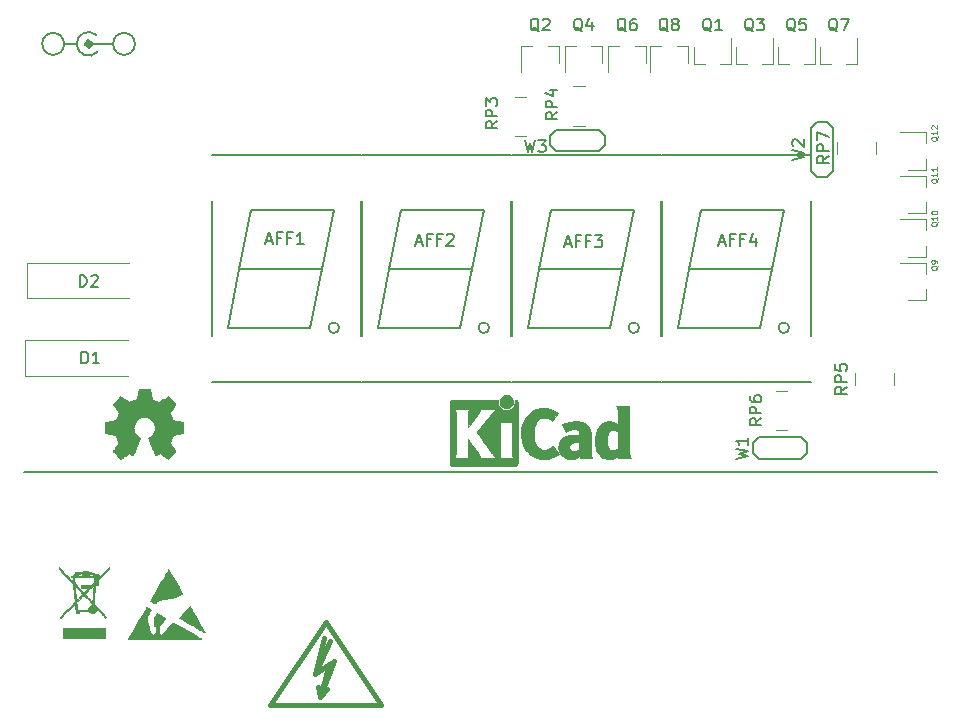
<source format=gbr>
G04 #@! TF.FileFunction,Legend,Top*
%FSLAX46Y46*%
G04 Gerber Fmt 4.6, Leading zero omitted, Abs format (unit mm)*
G04 Created by KiCad (PCBNEW 4.0.4-stable) date 07/15/18 19:45:34*
%MOMM*%
%LPD*%
G01*
G04 APERTURE LIST*
%ADD10C,0.100000*%
%ADD11C,0.200000*%
%ADD12C,0.381000*%
%ADD13C,0.150000*%
%ADD14C,0.120000*%
%ADD15C,0.010000*%
%ADD16C,0.500000*%
%ADD17C,0.125000*%
G04 APERTURE END LIST*
D10*
D11*
X199834500Y-95885000D02*
X122555000Y-95885000D01*
D12*
X147584160Y-114975640D02*
X148783040Y-111876840D01*
X148783040Y-111876840D02*
X148183600Y-112275620D01*
X147182840Y-112976660D02*
X148483320Y-110175040D01*
X147584160Y-114975640D02*
X148183600Y-114277140D01*
X147982940Y-109976920D02*
X147182840Y-112976660D01*
X147182840Y-112976660D02*
X148381720Y-112176560D01*
X148381720Y-112176560D02*
X147584160Y-114975640D01*
X147584160Y-114975640D02*
X147482560Y-114076480D01*
X148082000Y-108585000D02*
X152781000Y-115570000D01*
X152781000Y-115570000D02*
X143383000Y-115570000D01*
X143383000Y-115570000D02*
X148082000Y-108585000D01*
D13*
X149227214Y-83676500D02*
G75*
G03X149227214Y-83676500I-447214J0D01*
G01*
X141780000Y-73676500D02*
X140780000Y-78676500D01*
X140780000Y-78676500D02*
X139780000Y-83676500D01*
X139780000Y-83676500D02*
X146780000Y-83676500D01*
X146780000Y-83676500D02*
X147780000Y-78676500D01*
X148780000Y-73676500D02*
X147780000Y-78676500D01*
X147780000Y-78676500D02*
X140780000Y-78676500D01*
X141780000Y-73676500D02*
X148780000Y-73676500D01*
X151080000Y-88276500D02*
X138480000Y-88276500D01*
X138480000Y-72976500D02*
X138480000Y-84376500D01*
X151080000Y-72976500D02*
X151080000Y-84376500D01*
X138480000Y-69076500D02*
X151080000Y-69076500D01*
X161927214Y-83676500D02*
G75*
G03X161927214Y-83676500I-447214J0D01*
G01*
X154480000Y-73676500D02*
X153480000Y-78676500D01*
X153480000Y-78676500D02*
X152480000Y-83676500D01*
X152480000Y-83676500D02*
X159480000Y-83676500D01*
X159480000Y-83676500D02*
X160480000Y-78676500D01*
X161480000Y-73676500D02*
X160480000Y-78676500D01*
X160480000Y-78676500D02*
X153480000Y-78676500D01*
X154480000Y-73676500D02*
X161480000Y-73676500D01*
X163780000Y-88276500D02*
X151180000Y-88276500D01*
X151180000Y-72976500D02*
X151180000Y-84376500D01*
X163780000Y-72976500D02*
X163780000Y-84376500D01*
X151180000Y-69076500D02*
X163780000Y-69076500D01*
X174627214Y-83676500D02*
G75*
G03X174627214Y-83676500I-447214J0D01*
G01*
X167180000Y-73676500D02*
X166180000Y-78676500D01*
X166180000Y-78676500D02*
X165180000Y-83676500D01*
X165180000Y-83676500D02*
X172180000Y-83676500D01*
X172180000Y-83676500D02*
X173180000Y-78676500D01*
X174180000Y-73676500D02*
X173180000Y-78676500D01*
X173180000Y-78676500D02*
X166180000Y-78676500D01*
X167180000Y-73676500D02*
X174180000Y-73676500D01*
X176480000Y-88276500D02*
X163880000Y-88276500D01*
X163880000Y-72976500D02*
X163880000Y-84376500D01*
X176480000Y-72976500D02*
X176480000Y-84376500D01*
X163880000Y-69076500D02*
X176480000Y-69076500D01*
X187327214Y-83676500D02*
G75*
G03X187327214Y-83676500I-447214J0D01*
G01*
X179880000Y-73676500D02*
X178880000Y-78676500D01*
X178880000Y-78676500D02*
X177880000Y-83676500D01*
X177880000Y-83676500D02*
X184880000Y-83676500D01*
X184880000Y-83676500D02*
X185880000Y-78676500D01*
X186880000Y-73676500D02*
X185880000Y-78676500D01*
X185880000Y-78676500D02*
X178880000Y-78676500D01*
X179880000Y-73676500D02*
X186880000Y-73676500D01*
X189180000Y-88276500D02*
X176580000Y-88276500D01*
X176580000Y-72976500D02*
X176580000Y-84376500D01*
X189180000Y-72976500D02*
X189180000Y-84376500D01*
X176580000Y-69076500D02*
X189180000Y-69076500D01*
D14*
X131352000Y-84733000D02*
X122652000Y-84733000D01*
X122652000Y-84733000D02*
X122652000Y-87733000D01*
X122652000Y-87733000D02*
X131352000Y-87733000D01*
X131480000Y-78192500D02*
X122780000Y-78192500D01*
X122780000Y-78192500D02*
X122780000Y-81192500D01*
X122780000Y-81192500D02*
X131480000Y-81192500D01*
X164092000Y-64106000D02*
X165092000Y-64106000D01*
X164092000Y-67466000D02*
X165092000Y-67466000D01*
X169045000Y-63217000D02*
X170045000Y-63217000D01*
X169045000Y-66577000D02*
X170045000Y-66577000D01*
X179268000Y-61339000D02*
X180198000Y-61339000D01*
X182428000Y-61339000D02*
X181498000Y-61339000D01*
X182428000Y-61339000D02*
X182428000Y-59179000D01*
X179268000Y-61339000D02*
X179268000Y-59879000D01*
X167823000Y-59819000D02*
X166893000Y-59819000D01*
X164663000Y-59819000D02*
X165593000Y-59819000D01*
X164663000Y-59819000D02*
X164663000Y-61979000D01*
X167823000Y-59819000D02*
X167823000Y-61279000D01*
X182824000Y-61339000D02*
X183754000Y-61339000D01*
X185984000Y-61339000D02*
X185054000Y-61339000D01*
X185984000Y-61339000D02*
X185984000Y-59179000D01*
X182824000Y-61339000D02*
X182824000Y-59879000D01*
X171506000Y-59819000D02*
X170576000Y-59819000D01*
X168346000Y-59819000D02*
X169276000Y-59819000D01*
X168346000Y-59819000D02*
X168346000Y-61979000D01*
X171506000Y-59819000D02*
X171506000Y-61279000D01*
X186380000Y-61339000D02*
X187310000Y-61339000D01*
X189540000Y-61339000D02*
X188610000Y-61339000D01*
X189540000Y-61339000D02*
X189540000Y-59179000D01*
X186380000Y-61339000D02*
X186380000Y-59879000D01*
X175189000Y-59819000D02*
X174259000Y-59819000D01*
X172029000Y-59819000D02*
X172959000Y-59819000D01*
X172029000Y-59819000D02*
X172029000Y-61979000D01*
X175189000Y-59819000D02*
X175189000Y-61279000D01*
X189936000Y-61339000D02*
X190866000Y-61339000D01*
X193096000Y-61339000D02*
X192166000Y-61339000D01*
X193096000Y-61339000D02*
X193096000Y-59179000D01*
X189936000Y-61339000D02*
X189936000Y-59879000D01*
X178745000Y-59819000D02*
X177815000Y-59819000D01*
X175585000Y-59819000D02*
X176515000Y-59819000D01*
X175585000Y-59819000D02*
X175585000Y-61979000D01*
X178745000Y-59819000D02*
X178745000Y-61279000D01*
X198880000Y-81336000D02*
X198880000Y-80406000D01*
X198880000Y-78176000D02*
X198880000Y-79106000D01*
X198880000Y-78176000D02*
X196720000Y-78176000D01*
X198880000Y-81336000D02*
X197420000Y-81336000D01*
X198880000Y-77653000D02*
X198880000Y-76723000D01*
X198880000Y-74493000D02*
X198880000Y-75423000D01*
X198880000Y-74493000D02*
X196720000Y-74493000D01*
X198880000Y-77653000D02*
X197420000Y-77653000D01*
X198880000Y-73970000D02*
X198880000Y-73040000D01*
X198880000Y-70810000D02*
X198880000Y-71740000D01*
X198880000Y-70810000D02*
X196720000Y-70810000D01*
X198880000Y-73970000D02*
X197420000Y-73970000D01*
X198880000Y-70287000D02*
X198880000Y-69357000D01*
X198880000Y-67127000D02*
X198880000Y-68057000D01*
X198880000Y-67127000D02*
X196720000Y-67127000D01*
X198880000Y-70287000D02*
X197420000Y-70287000D01*
X196244000Y-87511000D02*
X196244000Y-88511000D01*
X192884000Y-87511000D02*
X192884000Y-88511000D01*
X187190000Y-92358000D02*
X186190000Y-92358000D01*
X187190000Y-88998000D02*
X186190000Y-88998000D01*
X194720000Y-67953000D02*
X194720000Y-68953000D01*
X191360000Y-67953000D02*
X191360000Y-68953000D01*
D13*
X184763000Y-92953000D02*
X188363000Y-92953000D01*
X188363000Y-92953000D02*
X188863000Y-93453000D01*
X188863000Y-93453000D02*
X188863000Y-94253000D01*
X188863000Y-94253000D02*
X188363000Y-94753000D01*
X188363000Y-94753000D02*
X184763000Y-94753000D01*
X184763000Y-94753000D02*
X184263000Y-94253000D01*
X184263000Y-94253000D02*
X184263000Y-93453000D01*
X184263000Y-93453000D02*
X184763000Y-92953000D01*
X189219000Y-70380000D02*
X189219000Y-66780000D01*
X189219000Y-66780000D02*
X189719000Y-66280000D01*
X189719000Y-66280000D02*
X190519000Y-66280000D01*
X190519000Y-66280000D02*
X191019000Y-66780000D01*
X191019000Y-66780000D02*
X191019000Y-70380000D01*
X191019000Y-70380000D02*
X190519000Y-70880000D01*
X190519000Y-70880000D02*
X189719000Y-70880000D01*
X189719000Y-70880000D02*
X189219000Y-70380000D01*
X171218000Y-68718000D02*
X167618000Y-68718000D01*
X167618000Y-68718000D02*
X167118000Y-68218000D01*
X167118000Y-68218000D02*
X167118000Y-67418000D01*
X167118000Y-67418000D02*
X167618000Y-66918000D01*
X167618000Y-66918000D02*
X171218000Y-66918000D01*
X171218000Y-66918000D02*
X171718000Y-67418000D01*
X171718000Y-67418000D02*
X171718000Y-68218000D01*
X171718000Y-68218000D02*
X171218000Y-68718000D01*
D15*
G36*
X160287257Y-89802689D02*
X160551780Y-89802725D01*
X160674912Y-89802730D01*
X162645811Y-89802730D01*
X162645811Y-89918910D01*
X162658211Y-90060291D01*
X162695636Y-90190684D01*
X162758423Y-90310862D01*
X162846906Y-90421602D01*
X162876843Y-90451511D01*
X162984534Y-90536348D01*
X163103275Y-90598221D01*
X163229540Y-90637159D01*
X163359803Y-90653190D01*
X163490535Y-90646342D01*
X163618212Y-90616643D01*
X163739305Y-90564120D01*
X163850288Y-90488803D01*
X163900132Y-90443363D01*
X163993017Y-90331952D01*
X164061127Y-90209435D01*
X164103871Y-90077215D01*
X164120653Y-89936692D01*
X164120876Y-89922867D01*
X164121756Y-89802734D01*
X164174557Y-89802732D01*
X164221396Y-89809089D01*
X164264183Y-89824556D01*
X164267011Y-89826154D01*
X164276675Y-89831168D01*
X164285549Y-89835073D01*
X164293665Y-89839007D01*
X164301057Y-89844106D01*
X164307755Y-89851508D01*
X164313792Y-89862351D01*
X164319199Y-89877772D01*
X164324010Y-89898909D01*
X164328255Y-89926899D01*
X164331968Y-89962879D01*
X164335179Y-90007987D01*
X164337922Y-90063360D01*
X164340228Y-90130137D01*
X164342129Y-90209453D01*
X164343658Y-90302447D01*
X164344846Y-90410257D01*
X164345726Y-90534019D01*
X164346330Y-90674871D01*
X164346689Y-90833950D01*
X164346835Y-91012395D01*
X164346802Y-91211342D01*
X164346620Y-91431929D01*
X164346323Y-91675293D01*
X164345941Y-91942572D01*
X164345508Y-92234903D01*
X164345055Y-92553424D01*
X164345002Y-92592230D01*
X164344596Y-92912782D01*
X164344251Y-93207012D01*
X164343931Y-93476056D01*
X164343600Y-93721052D01*
X164343221Y-93943137D01*
X164342757Y-94143447D01*
X164342172Y-94323119D01*
X164341430Y-94483290D01*
X164340494Y-94625098D01*
X164339327Y-94749679D01*
X164337893Y-94858170D01*
X164336156Y-94951707D01*
X164334078Y-95031429D01*
X164331624Y-95098472D01*
X164328756Y-95153973D01*
X164325439Y-95199068D01*
X164321636Y-95234895D01*
X164317310Y-95262591D01*
X164312425Y-95283293D01*
X164306945Y-95298137D01*
X164300832Y-95308260D01*
X164294050Y-95314800D01*
X164286563Y-95318893D01*
X164278334Y-95321676D01*
X164269327Y-95324287D01*
X164259505Y-95327862D01*
X164257106Y-95328950D01*
X164249565Y-95331396D01*
X164236944Y-95333642D01*
X164218141Y-95335698D01*
X164192053Y-95337572D01*
X164157578Y-95339271D01*
X164113615Y-95340803D01*
X164059061Y-95342177D01*
X163992815Y-95343400D01*
X163913774Y-95344481D01*
X163820837Y-95345427D01*
X163712901Y-95346247D01*
X163588864Y-95346947D01*
X163447624Y-95347538D01*
X163288079Y-95348025D01*
X163109128Y-95348419D01*
X162909668Y-95348725D01*
X162688596Y-95348953D01*
X162444812Y-95349110D01*
X162177213Y-95349205D01*
X161884697Y-95349245D01*
X161566161Y-95349238D01*
X161462979Y-95349228D01*
X161137377Y-95349176D01*
X160838119Y-95349091D01*
X160564091Y-95348963D01*
X160314176Y-95348785D01*
X160087260Y-95348548D01*
X159882227Y-95348242D01*
X159697962Y-95347860D01*
X159533350Y-95347392D01*
X159387275Y-95346830D01*
X159258624Y-95346165D01*
X159146279Y-95345388D01*
X159049126Y-95344491D01*
X158966050Y-95343465D01*
X158895936Y-95342301D01*
X158837668Y-95340991D01*
X158790131Y-95339525D01*
X158752210Y-95337896D01*
X158722790Y-95336093D01*
X158700755Y-95334110D01*
X158684990Y-95331936D01*
X158674380Y-95329563D01*
X158668596Y-95327391D01*
X158658316Y-95323056D01*
X158648878Y-95319859D01*
X158640245Y-95316665D01*
X158632381Y-95312338D01*
X158625252Y-95305744D01*
X158618821Y-95295747D01*
X158613053Y-95281212D01*
X158607911Y-95261003D01*
X158603360Y-95233985D01*
X158599365Y-95199023D01*
X158595889Y-95154981D01*
X158592898Y-95100724D01*
X158590354Y-95035117D01*
X158588223Y-94957024D01*
X158586468Y-94865310D01*
X158585055Y-94758840D01*
X158584685Y-94717973D01*
X158951116Y-94717973D01*
X160246266Y-94717973D01*
X160221345Y-94680217D01*
X160196553Y-94641417D01*
X160175560Y-94604469D01*
X160158065Y-94566788D01*
X160143770Y-94525788D01*
X160132377Y-94478883D01*
X160123587Y-94423487D01*
X160117102Y-94357016D01*
X160112623Y-94276883D01*
X160109850Y-94180502D01*
X160108487Y-94065289D01*
X160108233Y-93928657D01*
X160108791Y-93768020D01*
X160109107Y-93708382D01*
X160112675Y-93069041D01*
X160517702Y-93620449D01*
X160632446Y-93776876D01*
X160731857Y-93913088D01*
X160817010Y-94030890D01*
X160888978Y-94132084D01*
X160948834Y-94218477D01*
X160997652Y-94291874D01*
X161036505Y-94354077D01*
X161066466Y-94406893D01*
X161088609Y-94452125D01*
X161104007Y-94491578D01*
X161113734Y-94527058D01*
X161118863Y-94560368D01*
X161120468Y-94593313D01*
X161119621Y-94627697D01*
X161119405Y-94632019D01*
X161114946Y-94718031D01*
X162534308Y-94717973D01*
X162428735Y-94611522D01*
X162400087Y-94582406D01*
X162372910Y-94554076D01*
X162346011Y-94524968D01*
X162318197Y-94493520D01*
X162288275Y-94458169D01*
X162255054Y-94417354D01*
X162217339Y-94369511D01*
X162173940Y-94313079D01*
X162123662Y-94246494D01*
X162065312Y-94168195D01*
X161997700Y-94076619D01*
X161919631Y-93970204D01*
X161829912Y-93847387D01*
X161727352Y-93706605D01*
X161610758Y-93546297D01*
X161515191Y-93414798D01*
X161395251Y-93249596D01*
X161290620Y-93105152D01*
X161200352Y-92980094D01*
X161123497Y-92873052D01*
X161059109Y-92782654D01*
X161006239Y-92707529D01*
X160963940Y-92646304D01*
X160931264Y-92597610D01*
X160907262Y-92560074D01*
X160890987Y-92532325D01*
X160881492Y-92512992D01*
X160877827Y-92500703D01*
X160878929Y-92494242D01*
X160892276Y-92477048D01*
X160921134Y-92440655D01*
X160963760Y-92387224D01*
X161018415Y-92318919D01*
X161083356Y-92237903D01*
X161156842Y-92146340D01*
X161237132Y-92046392D01*
X161322485Y-91940224D01*
X161411160Y-91829997D01*
X161501414Y-91717876D01*
X161551056Y-91656244D01*
X162783627Y-91656244D01*
X162834854Y-91748919D01*
X162886081Y-91841595D01*
X162886081Y-94532622D01*
X162834854Y-94625298D01*
X162783627Y-94717973D01*
X163389604Y-94717973D01*
X163534266Y-94717931D01*
X163653756Y-94717741D01*
X163750358Y-94717308D01*
X163826358Y-94716536D01*
X163884043Y-94715330D01*
X163925699Y-94713594D01*
X163953611Y-94711232D01*
X163970065Y-94708150D01*
X163977348Y-94704251D01*
X163977745Y-94699440D01*
X163973542Y-94693622D01*
X163973499Y-94693574D01*
X163956187Y-94668532D01*
X163933264Y-94627815D01*
X163913019Y-94587168D01*
X163874621Y-94505162D01*
X163866789Y-91656244D01*
X162783627Y-91656244D01*
X161551056Y-91656244D01*
X161591507Y-91606024D01*
X161679698Y-91496604D01*
X161764246Y-91391778D01*
X161843408Y-91293711D01*
X161915444Y-91204566D01*
X161978613Y-91126505D01*
X162031173Y-91061692D01*
X162071383Y-91012290D01*
X162095000Y-90983487D01*
X162186710Y-90875778D01*
X162274940Y-90778580D01*
X162356597Y-90695076D01*
X162428590Y-90628448D01*
X162479681Y-90587599D01*
X162540093Y-90544135D01*
X161150702Y-90544135D01*
X161151092Y-90625666D01*
X161147209Y-90685606D01*
X161132610Y-90741177D01*
X161110012Y-90793855D01*
X161095322Y-90823615D01*
X161079528Y-90853103D01*
X161061186Y-90884276D01*
X161038855Y-90919093D01*
X161011091Y-90959510D01*
X160976451Y-91007486D01*
X160933493Y-91064978D01*
X160880773Y-91133943D01*
X160816849Y-91216339D01*
X160740279Y-91314124D01*
X160649619Y-91429255D01*
X160543426Y-91563690D01*
X160531432Y-91578859D01*
X160112675Y-92108412D01*
X160108622Y-91521922D01*
X160107805Y-91346251D01*
X160107979Y-91197532D01*
X160109151Y-91075275D01*
X160111331Y-90978989D01*
X160114526Y-90908183D01*
X160118744Y-90862369D01*
X160120162Y-90853679D01*
X160142409Y-90762135D01*
X160171557Y-90679608D01*
X160204818Y-90613253D01*
X160224800Y-90585110D01*
X160259278Y-90544135D01*
X159605086Y-90544135D01*
X159449031Y-90544269D01*
X159318533Y-90544703D01*
X159211690Y-90545489D01*
X159126602Y-90546676D01*
X159061365Y-90548317D01*
X159014079Y-90550461D01*
X158982843Y-90553159D01*
X158965754Y-90556462D01*
X158960912Y-90560421D01*
X158961247Y-90561298D01*
X158975115Y-90582231D01*
X158998268Y-90615412D01*
X159010246Y-90632193D01*
X159022631Y-90648940D01*
X159033763Y-90663915D01*
X159043712Y-90678594D01*
X159052549Y-90694449D01*
X159060343Y-90712955D01*
X159067165Y-90735585D01*
X159073084Y-90763813D01*
X159078171Y-90799113D01*
X159082496Y-90842958D01*
X159086129Y-90896822D01*
X159089140Y-90962180D01*
X159091599Y-91040504D01*
X159093577Y-91133268D01*
X159095142Y-91241947D01*
X159096366Y-91368013D01*
X159097319Y-91512942D01*
X159098070Y-91678206D01*
X159098689Y-91865279D01*
X159099248Y-92075635D01*
X159099815Y-92310748D01*
X159100345Y-92526741D01*
X159100845Y-92767535D01*
X159101105Y-92997274D01*
X159101132Y-93214493D01*
X159100933Y-93417722D01*
X159100514Y-93605496D01*
X159099882Y-93776345D01*
X159099044Y-93928803D01*
X159098008Y-94061403D01*
X159096780Y-94172676D01*
X159095367Y-94261156D01*
X159093775Y-94325375D01*
X159092013Y-94363865D01*
X159091679Y-94367933D01*
X159079534Y-94461248D01*
X159060573Y-94536190D01*
X159031698Y-94601594D01*
X158989810Y-94666293D01*
X158984571Y-94673352D01*
X158951116Y-94717973D01*
X158584685Y-94717973D01*
X158583946Y-94636479D01*
X158583107Y-94497090D01*
X158582502Y-94339539D01*
X158582095Y-94162691D01*
X158581850Y-93965410D01*
X158581733Y-93746560D01*
X158581705Y-93505007D01*
X158581733Y-93239615D01*
X158581780Y-92949249D01*
X158581810Y-92632773D01*
X158581811Y-92569946D01*
X158581828Y-92250137D01*
X158581888Y-91956661D01*
X158581998Y-91688390D01*
X158582167Y-91444198D01*
X158582403Y-91222957D01*
X158582716Y-91023540D01*
X158583115Y-90844820D01*
X158583607Y-90685671D01*
X158584203Y-90544966D01*
X158584910Y-90421576D01*
X158585737Y-90314376D01*
X158586693Y-90222238D01*
X158587787Y-90144035D01*
X158589027Y-90078641D01*
X158590422Y-90024928D01*
X158591982Y-89981769D01*
X158593714Y-89948037D01*
X158595628Y-89922605D01*
X158597732Y-89904347D01*
X158600034Y-89892134D01*
X158602545Y-89884841D01*
X158602637Y-89884659D01*
X158607808Y-89873518D01*
X158612115Y-89863431D01*
X158616879Y-89854346D01*
X158623422Y-89846212D01*
X158633065Y-89838976D01*
X158647129Y-89832586D01*
X158666937Y-89826989D01*
X158693809Y-89822133D01*
X158729067Y-89817966D01*
X158774032Y-89814436D01*
X158830026Y-89811491D01*
X158898371Y-89809077D01*
X158980386Y-89807144D01*
X159077395Y-89805638D01*
X159190718Y-89804508D01*
X159321677Y-89803702D01*
X159471593Y-89803166D01*
X159641787Y-89802849D01*
X159833582Y-89802699D01*
X160048298Y-89802663D01*
X160287257Y-89802689D01*
X160287257Y-89802689D01*
G37*
X160287257Y-89802689D02*
X160551780Y-89802725D01*
X160674912Y-89802730D01*
X162645811Y-89802730D01*
X162645811Y-89918910D01*
X162658211Y-90060291D01*
X162695636Y-90190684D01*
X162758423Y-90310862D01*
X162846906Y-90421602D01*
X162876843Y-90451511D01*
X162984534Y-90536348D01*
X163103275Y-90598221D01*
X163229540Y-90637159D01*
X163359803Y-90653190D01*
X163490535Y-90646342D01*
X163618212Y-90616643D01*
X163739305Y-90564120D01*
X163850288Y-90488803D01*
X163900132Y-90443363D01*
X163993017Y-90331952D01*
X164061127Y-90209435D01*
X164103871Y-90077215D01*
X164120653Y-89936692D01*
X164120876Y-89922867D01*
X164121756Y-89802734D01*
X164174557Y-89802732D01*
X164221396Y-89809089D01*
X164264183Y-89824556D01*
X164267011Y-89826154D01*
X164276675Y-89831168D01*
X164285549Y-89835073D01*
X164293665Y-89839007D01*
X164301057Y-89844106D01*
X164307755Y-89851508D01*
X164313792Y-89862351D01*
X164319199Y-89877772D01*
X164324010Y-89898909D01*
X164328255Y-89926899D01*
X164331968Y-89962879D01*
X164335179Y-90007987D01*
X164337922Y-90063360D01*
X164340228Y-90130137D01*
X164342129Y-90209453D01*
X164343658Y-90302447D01*
X164344846Y-90410257D01*
X164345726Y-90534019D01*
X164346330Y-90674871D01*
X164346689Y-90833950D01*
X164346835Y-91012395D01*
X164346802Y-91211342D01*
X164346620Y-91431929D01*
X164346323Y-91675293D01*
X164345941Y-91942572D01*
X164345508Y-92234903D01*
X164345055Y-92553424D01*
X164345002Y-92592230D01*
X164344596Y-92912782D01*
X164344251Y-93207012D01*
X164343931Y-93476056D01*
X164343600Y-93721052D01*
X164343221Y-93943137D01*
X164342757Y-94143447D01*
X164342172Y-94323119D01*
X164341430Y-94483290D01*
X164340494Y-94625098D01*
X164339327Y-94749679D01*
X164337893Y-94858170D01*
X164336156Y-94951707D01*
X164334078Y-95031429D01*
X164331624Y-95098472D01*
X164328756Y-95153973D01*
X164325439Y-95199068D01*
X164321636Y-95234895D01*
X164317310Y-95262591D01*
X164312425Y-95283293D01*
X164306945Y-95298137D01*
X164300832Y-95308260D01*
X164294050Y-95314800D01*
X164286563Y-95318893D01*
X164278334Y-95321676D01*
X164269327Y-95324287D01*
X164259505Y-95327862D01*
X164257106Y-95328950D01*
X164249565Y-95331396D01*
X164236944Y-95333642D01*
X164218141Y-95335698D01*
X164192053Y-95337572D01*
X164157578Y-95339271D01*
X164113615Y-95340803D01*
X164059061Y-95342177D01*
X163992815Y-95343400D01*
X163913774Y-95344481D01*
X163820837Y-95345427D01*
X163712901Y-95346247D01*
X163588864Y-95346947D01*
X163447624Y-95347538D01*
X163288079Y-95348025D01*
X163109128Y-95348419D01*
X162909668Y-95348725D01*
X162688596Y-95348953D01*
X162444812Y-95349110D01*
X162177213Y-95349205D01*
X161884697Y-95349245D01*
X161566161Y-95349238D01*
X161462979Y-95349228D01*
X161137377Y-95349176D01*
X160838119Y-95349091D01*
X160564091Y-95348963D01*
X160314176Y-95348785D01*
X160087260Y-95348548D01*
X159882227Y-95348242D01*
X159697962Y-95347860D01*
X159533350Y-95347392D01*
X159387275Y-95346830D01*
X159258624Y-95346165D01*
X159146279Y-95345388D01*
X159049126Y-95344491D01*
X158966050Y-95343465D01*
X158895936Y-95342301D01*
X158837668Y-95340991D01*
X158790131Y-95339525D01*
X158752210Y-95337896D01*
X158722790Y-95336093D01*
X158700755Y-95334110D01*
X158684990Y-95331936D01*
X158674380Y-95329563D01*
X158668596Y-95327391D01*
X158658316Y-95323056D01*
X158648878Y-95319859D01*
X158640245Y-95316665D01*
X158632381Y-95312338D01*
X158625252Y-95305744D01*
X158618821Y-95295747D01*
X158613053Y-95281212D01*
X158607911Y-95261003D01*
X158603360Y-95233985D01*
X158599365Y-95199023D01*
X158595889Y-95154981D01*
X158592898Y-95100724D01*
X158590354Y-95035117D01*
X158588223Y-94957024D01*
X158586468Y-94865310D01*
X158585055Y-94758840D01*
X158584685Y-94717973D01*
X158951116Y-94717973D01*
X160246266Y-94717973D01*
X160221345Y-94680217D01*
X160196553Y-94641417D01*
X160175560Y-94604469D01*
X160158065Y-94566788D01*
X160143770Y-94525788D01*
X160132377Y-94478883D01*
X160123587Y-94423487D01*
X160117102Y-94357016D01*
X160112623Y-94276883D01*
X160109850Y-94180502D01*
X160108487Y-94065289D01*
X160108233Y-93928657D01*
X160108791Y-93768020D01*
X160109107Y-93708382D01*
X160112675Y-93069041D01*
X160517702Y-93620449D01*
X160632446Y-93776876D01*
X160731857Y-93913088D01*
X160817010Y-94030890D01*
X160888978Y-94132084D01*
X160948834Y-94218477D01*
X160997652Y-94291874D01*
X161036505Y-94354077D01*
X161066466Y-94406893D01*
X161088609Y-94452125D01*
X161104007Y-94491578D01*
X161113734Y-94527058D01*
X161118863Y-94560368D01*
X161120468Y-94593313D01*
X161119621Y-94627697D01*
X161119405Y-94632019D01*
X161114946Y-94718031D01*
X162534308Y-94717973D01*
X162428735Y-94611522D01*
X162400087Y-94582406D01*
X162372910Y-94554076D01*
X162346011Y-94524968D01*
X162318197Y-94493520D01*
X162288275Y-94458169D01*
X162255054Y-94417354D01*
X162217339Y-94369511D01*
X162173940Y-94313079D01*
X162123662Y-94246494D01*
X162065312Y-94168195D01*
X161997700Y-94076619D01*
X161919631Y-93970204D01*
X161829912Y-93847387D01*
X161727352Y-93706605D01*
X161610758Y-93546297D01*
X161515191Y-93414798D01*
X161395251Y-93249596D01*
X161290620Y-93105152D01*
X161200352Y-92980094D01*
X161123497Y-92873052D01*
X161059109Y-92782654D01*
X161006239Y-92707529D01*
X160963940Y-92646304D01*
X160931264Y-92597610D01*
X160907262Y-92560074D01*
X160890987Y-92532325D01*
X160881492Y-92512992D01*
X160877827Y-92500703D01*
X160878929Y-92494242D01*
X160892276Y-92477048D01*
X160921134Y-92440655D01*
X160963760Y-92387224D01*
X161018415Y-92318919D01*
X161083356Y-92237903D01*
X161156842Y-92146340D01*
X161237132Y-92046392D01*
X161322485Y-91940224D01*
X161411160Y-91829997D01*
X161501414Y-91717876D01*
X161551056Y-91656244D01*
X162783627Y-91656244D01*
X162834854Y-91748919D01*
X162886081Y-91841595D01*
X162886081Y-94532622D01*
X162834854Y-94625298D01*
X162783627Y-94717973D01*
X163389604Y-94717973D01*
X163534266Y-94717931D01*
X163653756Y-94717741D01*
X163750358Y-94717308D01*
X163826358Y-94716536D01*
X163884043Y-94715330D01*
X163925699Y-94713594D01*
X163953611Y-94711232D01*
X163970065Y-94708150D01*
X163977348Y-94704251D01*
X163977745Y-94699440D01*
X163973542Y-94693622D01*
X163973499Y-94693574D01*
X163956187Y-94668532D01*
X163933264Y-94627815D01*
X163913019Y-94587168D01*
X163874621Y-94505162D01*
X163866789Y-91656244D01*
X162783627Y-91656244D01*
X161551056Y-91656244D01*
X161591507Y-91606024D01*
X161679698Y-91496604D01*
X161764246Y-91391778D01*
X161843408Y-91293711D01*
X161915444Y-91204566D01*
X161978613Y-91126505D01*
X162031173Y-91061692D01*
X162071383Y-91012290D01*
X162095000Y-90983487D01*
X162186710Y-90875778D01*
X162274940Y-90778580D01*
X162356597Y-90695076D01*
X162428590Y-90628448D01*
X162479681Y-90587599D01*
X162540093Y-90544135D01*
X161150702Y-90544135D01*
X161151092Y-90625666D01*
X161147209Y-90685606D01*
X161132610Y-90741177D01*
X161110012Y-90793855D01*
X161095322Y-90823615D01*
X161079528Y-90853103D01*
X161061186Y-90884276D01*
X161038855Y-90919093D01*
X161011091Y-90959510D01*
X160976451Y-91007486D01*
X160933493Y-91064978D01*
X160880773Y-91133943D01*
X160816849Y-91216339D01*
X160740279Y-91314124D01*
X160649619Y-91429255D01*
X160543426Y-91563690D01*
X160531432Y-91578859D01*
X160112675Y-92108412D01*
X160108622Y-91521922D01*
X160107805Y-91346251D01*
X160107979Y-91197532D01*
X160109151Y-91075275D01*
X160111331Y-90978989D01*
X160114526Y-90908183D01*
X160118744Y-90862369D01*
X160120162Y-90853679D01*
X160142409Y-90762135D01*
X160171557Y-90679608D01*
X160204818Y-90613253D01*
X160224800Y-90585110D01*
X160259278Y-90544135D01*
X159605086Y-90544135D01*
X159449031Y-90544269D01*
X159318533Y-90544703D01*
X159211690Y-90545489D01*
X159126602Y-90546676D01*
X159061365Y-90548317D01*
X159014079Y-90550461D01*
X158982843Y-90553159D01*
X158965754Y-90556462D01*
X158960912Y-90560421D01*
X158961247Y-90561298D01*
X158975115Y-90582231D01*
X158998268Y-90615412D01*
X159010246Y-90632193D01*
X159022631Y-90648940D01*
X159033763Y-90663915D01*
X159043712Y-90678594D01*
X159052549Y-90694449D01*
X159060343Y-90712955D01*
X159067165Y-90735585D01*
X159073084Y-90763813D01*
X159078171Y-90799113D01*
X159082496Y-90842958D01*
X159086129Y-90896822D01*
X159089140Y-90962180D01*
X159091599Y-91040504D01*
X159093577Y-91133268D01*
X159095142Y-91241947D01*
X159096366Y-91368013D01*
X159097319Y-91512942D01*
X159098070Y-91678206D01*
X159098689Y-91865279D01*
X159099248Y-92075635D01*
X159099815Y-92310748D01*
X159100345Y-92526741D01*
X159100845Y-92767535D01*
X159101105Y-92997274D01*
X159101132Y-93214493D01*
X159100933Y-93417722D01*
X159100514Y-93605496D01*
X159099882Y-93776345D01*
X159099044Y-93928803D01*
X159098008Y-94061403D01*
X159096780Y-94172676D01*
X159095367Y-94261156D01*
X159093775Y-94325375D01*
X159092013Y-94363865D01*
X159091679Y-94367933D01*
X159079534Y-94461248D01*
X159060573Y-94536190D01*
X159031698Y-94601594D01*
X158989810Y-94666293D01*
X158984571Y-94673352D01*
X158951116Y-94717973D01*
X158584685Y-94717973D01*
X158583946Y-94636479D01*
X158583107Y-94497090D01*
X158582502Y-94339539D01*
X158582095Y-94162691D01*
X158581850Y-93965410D01*
X158581733Y-93746560D01*
X158581705Y-93505007D01*
X158581733Y-93239615D01*
X158581780Y-92949249D01*
X158581810Y-92632773D01*
X158581811Y-92569946D01*
X158581828Y-92250137D01*
X158581888Y-91956661D01*
X158581998Y-91688390D01*
X158582167Y-91444198D01*
X158582403Y-91222957D01*
X158582716Y-91023540D01*
X158583115Y-90844820D01*
X158583607Y-90685671D01*
X158584203Y-90544966D01*
X158584910Y-90421576D01*
X158585737Y-90314376D01*
X158586693Y-90222238D01*
X158587787Y-90144035D01*
X158589027Y-90078641D01*
X158590422Y-90024928D01*
X158591982Y-89981769D01*
X158593714Y-89948037D01*
X158595628Y-89922605D01*
X158597732Y-89904347D01*
X158600034Y-89892134D01*
X158602545Y-89884841D01*
X158602637Y-89884659D01*
X158607808Y-89873518D01*
X158612115Y-89863431D01*
X158616879Y-89854346D01*
X158623422Y-89846212D01*
X158633065Y-89838976D01*
X158647129Y-89832586D01*
X158666937Y-89826989D01*
X158693809Y-89822133D01*
X158729067Y-89817966D01*
X158774032Y-89814436D01*
X158830026Y-89811491D01*
X158898371Y-89809077D01*
X158980386Y-89807144D01*
X159077395Y-89805638D01*
X159190718Y-89804508D01*
X159321677Y-89803702D01*
X159471593Y-89803166D01*
X159641787Y-89802849D01*
X159833582Y-89802699D01*
X160048298Y-89802663D01*
X160287257Y-89802689D01*
G36*
X166682962Y-90489499D02*
X166831014Y-90505707D01*
X166974452Y-90534718D01*
X167119110Y-90578045D01*
X167270824Y-90637201D01*
X167435428Y-90713700D01*
X167465071Y-90728517D01*
X167533098Y-90762031D01*
X167597256Y-90792208D01*
X167651215Y-90816166D01*
X167688640Y-90831024D01*
X167694389Y-90832895D01*
X167749486Y-90849402D01*
X167502851Y-91208201D01*
X167442552Y-91295893D01*
X167387422Y-91376012D01*
X167339336Y-91445836D01*
X167300168Y-91502647D01*
X167271794Y-91543723D01*
X167256087Y-91566346D01*
X167253536Y-91569928D01*
X167243171Y-91562438D01*
X167217660Y-91539918D01*
X167181563Y-91506461D01*
X167161642Y-91487550D01*
X167048773Y-91397778D01*
X166922014Y-91329561D01*
X166812783Y-91292195D01*
X166747214Y-91280460D01*
X166665116Y-91273308D01*
X166576144Y-91270874D01*
X166489956Y-91273288D01*
X166416205Y-91280683D01*
X166386776Y-91286347D01*
X166254133Y-91331982D01*
X166134606Y-91401663D01*
X166028283Y-91495260D01*
X165935253Y-91612649D01*
X165855605Y-91753700D01*
X165789426Y-91918286D01*
X165736806Y-92106280D01*
X165705533Y-92267217D01*
X165697374Y-92338263D01*
X165691815Y-92430046D01*
X165688802Y-92535968D01*
X165688281Y-92649434D01*
X165690200Y-92763849D01*
X165694503Y-92872617D01*
X165701137Y-92969143D01*
X165710049Y-93046831D01*
X165711979Y-93058817D01*
X165754499Y-93251892D01*
X165812433Y-93422773D01*
X165886133Y-93572224D01*
X165975951Y-93701011D01*
X166039707Y-93770639D01*
X166154286Y-93865173D01*
X166279942Y-93935246D01*
X166414557Y-93980477D01*
X166556011Y-94000484D01*
X166702183Y-93994885D01*
X166850955Y-93963300D01*
X166938911Y-93932394D01*
X167060629Y-93870506D01*
X167186080Y-93781729D01*
X167256353Y-93721694D01*
X167295811Y-93686947D01*
X167326812Y-93661454D01*
X167344458Y-93649170D01*
X167346648Y-93648795D01*
X167354524Y-93661347D01*
X167374932Y-93694516D01*
X167406132Y-93745458D01*
X167446386Y-93811331D01*
X167493957Y-93889289D01*
X167547104Y-93976490D01*
X167576687Y-94025067D01*
X167802648Y-94396215D01*
X167520527Y-94535639D01*
X167418522Y-94585719D01*
X167335889Y-94625210D01*
X167267578Y-94656073D01*
X167208537Y-94680268D01*
X167153714Y-94699758D01*
X167098060Y-94716503D01*
X167036523Y-94732465D01*
X166977540Y-94746482D01*
X166925115Y-94757329D01*
X166870288Y-94765526D01*
X166807572Y-94771528D01*
X166731477Y-94775790D01*
X166636516Y-94778767D01*
X166572513Y-94780052D01*
X166481192Y-94780930D01*
X166393627Y-94780487D01*
X166315612Y-94778852D01*
X166252942Y-94776149D01*
X166211413Y-94772505D01*
X166208952Y-94772142D01*
X165993303Y-94725487D01*
X165790793Y-94654729D01*
X165601495Y-94559914D01*
X165425479Y-94441089D01*
X165262816Y-94298300D01*
X165113578Y-94131594D01*
X165005496Y-93983433D01*
X164890434Y-93789502D01*
X164797423Y-93584699D01*
X164726013Y-93367383D01*
X164675756Y-93135912D01*
X164646201Y-92888643D01*
X164636889Y-92637559D01*
X164644548Y-92394670D01*
X164668613Y-92170570D01*
X164709852Y-91961477D01*
X164769027Y-91763613D01*
X164846904Y-91573196D01*
X164856203Y-91553468D01*
X164958648Y-91369059D01*
X165084472Y-91193576D01*
X165230112Y-91030650D01*
X165392001Y-90883914D01*
X165566576Y-90757001D01*
X165729244Y-90663905D01*
X165893573Y-90590991D01*
X166058251Y-90538174D01*
X166229652Y-90504015D01*
X166414153Y-90487078D01*
X166524459Y-90484580D01*
X166682962Y-90489499D01*
X166682962Y-90489499D01*
G37*
X166682962Y-90489499D02*
X166831014Y-90505707D01*
X166974452Y-90534718D01*
X167119110Y-90578045D01*
X167270824Y-90637201D01*
X167435428Y-90713700D01*
X167465071Y-90728517D01*
X167533098Y-90762031D01*
X167597256Y-90792208D01*
X167651215Y-90816166D01*
X167688640Y-90831024D01*
X167694389Y-90832895D01*
X167749486Y-90849402D01*
X167502851Y-91208201D01*
X167442552Y-91295893D01*
X167387422Y-91376012D01*
X167339336Y-91445836D01*
X167300168Y-91502647D01*
X167271794Y-91543723D01*
X167256087Y-91566346D01*
X167253536Y-91569928D01*
X167243171Y-91562438D01*
X167217660Y-91539918D01*
X167181563Y-91506461D01*
X167161642Y-91487550D01*
X167048773Y-91397778D01*
X166922014Y-91329561D01*
X166812783Y-91292195D01*
X166747214Y-91280460D01*
X166665116Y-91273308D01*
X166576144Y-91270874D01*
X166489956Y-91273288D01*
X166416205Y-91280683D01*
X166386776Y-91286347D01*
X166254133Y-91331982D01*
X166134606Y-91401663D01*
X166028283Y-91495260D01*
X165935253Y-91612649D01*
X165855605Y-91753700D01*
X165789426Y-91918286D01*
X165736806Y-92106280D01*
X165705533Y-92267217D01*
X165697374Y-92338263D01*
X165691815Y-92430046D01*
X165688802Y-92535968D01*
X165688281Y-92649434D01*
X165690200Y-92763849D01*
X165694503Y-92872617D01*
X165701137Y-92969143D01*
X165710049Y-93046831D01*
X165711979Y-93058817D01*
X165754499Y-93251892D01*
X165812433Y-93422773D01*
X165886133Y-93572224D01*
X165975951Y-93701011D01*
X166039707Y-93770639D01*
X166154286Y-93865173D01*
X166279942Y-93935246D01*
X166414557Y-93980477D01*
X166556011Y-94000484D01*
X166702183Y-93994885D01*
X166850955Y-93963300D01*
X166938911Y-93932394D01*
X167060629Y-93870506D01*
X167186080Y-93781729D01*
X167256353Y-93721694D01*
X167295811Y-93686947D01*
X167326812Y-93661454D01*
X167344458Y-93649170D01*
X167346648Y-93648795D01*
X167354524Y-93661347D01*
X167374932Y-93694516D01*
X167406132Y-93745458D01*
X167446386Y-93811331D01*
X167493957Y-93889289D01*
X167547104Y-93976490D01*
X167576687Y-94025067D01*
X167802648Y-94396215D01*
X167520527Y-94535639D01*
X167418522Y-94585719D01*
X167335889Y-94625210D01*
X167267578Y-94656073D01*
X167208537Y-94680268D01*
X167153714Y-94699758D01*
X167098060Y-94716503D01*
X167036523Y-94732465D01*
X166977540Y-94746482D01*
X166925115Y-94757329D01*
X166870288Y-94765526D01*
X166807572Y-94771528D01*
X166731477Y-94775790D01*
X166636516Y-94778767D01*
X166572513Y-94780052D01*
X166481192Y-94780930D01*
X166393627Y-94780487D01*
X166315612Y-94778852D01*
X166252942Y-94776149D01*
X166211413Y-94772505D01*
X166208952Y-94772142D01*
X165993303Y-94725487D01*
X165790793Y-94654729D01*
X165601495Y-94559914D01*
X165425479Y-94441089D01*
X165262816Y-94298300D01*
X165113578Y-94131594D01*
X165005496Y-93983433D01*
X164890434Y-93789502D01*
X164797423Y-93584699D01*
X164726013Y-93367383D01*
X164675756Y-93135912D01*
X164646201Y-92888643D01*
X164636889Y-92637559D01*
X164644548Y-92394670D01*
X164668613Y-92170570D01*
X164709852Y-91961477D01*
X164769027Y-91763613D01*
X164846904Y-91573196D01*
X164856203Y-91553468D01*
X164958648Y-91369059D01*
X165084472Y-91193576D01*
X165230112Y-91030650D01*
X165392001Y-90883914D01*
X165566576Y-90757001D01*
X165729244Y-90663905D01*
X165893573Y-90590991D01*
X166058251Y-90538174D01*
X166229652Y-90504015D01*
X166414153Y-90487078D01*
X166524459Y-90484580D01*
X166682962Y-90489499D01*
G36*
X169410505Y-91593229D02*
X169478531Y-91598378D01*
X169673163Y-91624273D01*
X169845529Y-91665575D01*
X169996470Y-91722853D01*
X170126825Y-91796674D01*
X170237434Y-91887608D01*
X170329135Y-91996222D01*
X170402770Y-92123085D01*
X170456539Y-92260352D01*
X170470187Y-92304137D01*
X170482073Y-92345141D01*
X170492334Y-92385569D01*
X170501113Y-92427630D01*
X170508548Y-92473531D01*
X170514780Y-92525480D01*
X170519950Y-92585685D01*
X170524196Y-92656352D01*
X170527660Y-92739689D01*
X170530481Y-92837905D01*
X170532800Y-92953205D01*
X170534757Y-93087799D01*
X170536491Y-93243893D01*
X170538143Y-93423695D01*
X170539324Y-93564676D01*
X170547270Y-94532622D01*
X170598756Y-94625770D01*
X170623137Y-94670645D01*
X170641280Y-94705501D01*
X170649935Y-94724054D01*
X170650243Y-94725311D01*
X170637014Y-94726749D01*
X170599326Y-94728074D01*
X170540183Y-94729249D01*
X170462586Y-94730237D01*
X170369536Y-94730999D01*
X170264035Y-94731500D01*
X170149084Y-94731701D01*
X170135378Y-94731703D01*
X169620513Y-94731703D01*
X169620513Y-94615000D01*
X169619635Y-94562260D01*
X169617292Y-94521926D01*
X169613921Y-94500300D01*
X169612431Y-94498298D01*
X169598804Y-94506683D01*
X169570757Y-94528692D01*
X169534303Y-94559601D01*
X169533485Y-94560316D01*
X169466962Y-94609843D01*
X169382948Y-94659575D01*
X169290937Y-94704626D01*
X169200421Y-94740110D01*
X169160567Y-94752236D01*
X169081255Y-94767637D01*
X168983935Y-94777465D01*
X168877516Y-94781580D01*
X168770907Y-94779841D01*
X168673017Y-94772108D01*
X168604513Y-94760981D01*
X168436520Y-94711648D01*
X168285281Y-94641342D01*
X168151782Y-94550933D01*
X168037006Y-94441295D01*
X167941937Y-94313299D01*
X167867560Y-94167818D01*
X167835474Y-94079541D01*
X167815365Y-93993739D01*
X167802038Y-93890736D01*
X167795872Y-93780034D01*
X167796074Y-93763925D01*
X168724648Y-93763925D01*
X168732348Y-93846184D01*
X168757989Y-93914546D01*
X168805378Y-93977970D01*
X168823579Y-93996567D01*
X168888282Y-94046846D01*
X168963066Y-94079056D01*
X169052662Y-94094648D01*
X169147012Y-94095796D01*
X169236501Y-94088216D01*
X169305018Y-94073389D01*
X169334775Y-94062253D01*
X169388408Y-94031904D01*
X169445235Y-93989221D01*
X169497082Y-93941317D01*
X169535778Y-93895301D01*
X169546054Y-93878421D01*
X169554042Y-93854782D01*
X169559721Y-93817168D01*
X169563356Y-93761985D01*
X169565211Y-93685640D01*
X169565594Y-93612981D01*
X169565335Y-93528270D01*
X169564287Y-93467018D01*
X169562045Y-93425227D01*
X169558206Y-93398899D01*
X169552365Y-93384035D01*
X169544118Y-93376639D01*
X169541567Y-93375461D01*
X169519400Y-93371833D01*
X169475680Y-93368866D01*
X169416311Y-93366827D01*
X169347196Y-93365983D01*
X169332189Y-93365982D01*
X169239805Y-93367457D01*
X169168432Y-93371842D01*
X169111719Y-93379738D01*
X169064872Y-93391270D01*
X168948669Y-93435215D01*
X168857543Y-93489243D01*
X168790705Y-93554219D01*
X168747365Y-93631005D01*
X168726734Y-93720467D01*
X168724648Y-93763925D01*
X167796074Y-93763925D01*
X167797244Y-93671133D01*
X167806532Y-93573536D01*
X167813777Y-93534105D01*
X167860039Y-93387701D01*
X167930384Y-93252995D01*
X168023484Y-93131280D01*
X168138012Y-93023847D01*
X168272640Y-92931988D01*
X168426040Y-92856996D01*
X168556459Y-92811458D01*
X168643623Y-92787533D01*
X168726996Y-92768943D01*
X168811976Y-92755084D01*
X168903965Y-92745351D01*
X169008362Y-92739141D01*
X169130568Y-92735851D01*
X169241055Y-92734924D01*
X169568677Y-92734027D01*
X169562401Y-92635547D01*
X169544579Y-92528695D01*
X169506667Y-92436852D01*
X169450280Y-92362310D01*
X169377031Y-92307364D01*
X169312535Y-92280552D01*
X169220123Y-92263654D01*
X169110111Y-92261227D01*
X168987656Y-92272378D01*
X168857914Y-92296210D01*
X168726042Y-92331830D01*
X168597198Y-92378343D01*
X168503566Y-92420883D01*
X168458517Y-92442728D01*
X168424156Y-92457984D01*
X168406681Y-92463937D01*
X168405733Y-92463746D01*
X168399703Y-92450412D01*
X168384645Y-92415068D01*
X168361977Y-92361101D01*
X168333115Y-92291896D01*
X168299477Y-92210840D01*
X168265284Y-92128118D01*
X168128586Y-91796803D01*
X168225820Y-91780833D01*
X168267964Y-91772820D01*
X168331319Y-91759361D01*
X168410457Y-91741679D01*
X168499951Y-91720996D01*
X168594373Y-91698532D01*
X168631973Y-91689403D01*
X168794637Y-91651674D01*
X168937050Y-91623388D01*
X169064527Y-91603972D01*
X169182384Y-91592854D01*
X169295938Y-91589464D01*
X169410505Y-91593229D01*
X169410505Y-91593229D01*
G37*
X169410505Y-91593229D02*
X169478531Y-91598378D01*
X169673163Y-91624273D01*
X169845529Y-91665575D01*
X169996470Y-91722853D01*
X170126825Y-91796674D01*
X170237434Y-91887608D01*
X170329135Y-91996222D01*
X170402770Y-92123085D01*
X170456539Y-92260352D01*
X170470187Y-92304137D01*
X170482073Y-92345141D01*
X170492334Y-92385569D01*
X170501113Y-92427630D01*
X170508548Y-92473531D01*
X170514780Y-92525480D01*
X170519950Y-92585685D01*
X170524196Y-92656352D01*
X170527660Y-92739689D01*
X170530481Y-92837905D01*
X170532800Y-92953205D01*
X170534757Y-93087799D01*
X170536491Y-93243893D01*
X170538143Y-93423695D01*
X170539324Y-93564676D01*
X170547270Y-94532622D01*
X170598756Y-94625770D01*
X170623137Y-94670645D01*
X170641280Y-94705501D01*
X170649935Y-94724054D01*
X170650243Y-94725311D01*
X170637014Y-94726749D01*
X170599326Y-94728074D01*
X170540183Y-94729249D01*
X170462586Y-94730237D01*
X170369536Y-94730999D01*
X170264035Y-94731500D01*
X170149084Y-94731701D01*
X170135378Y-94731703D01*
X169620513Y-94731703D01*
X169620513Y-94615000D01*
X169619635Y-94562260D01*
X169617292Y-94521926D01*
X169613921Y-94500300D01*
X169612431Y-94498298D01*
X169598804Y-94506683D01*
X169570757Y-94528692D01*
X169534303Y-94559601D01*
X169533485Y-94560316D01*
X169466962Y-94609843D01*
X169382948Y-94659575D01*
X169290937Y-94704626D01*
X169200421Y-94740110D01*
X169160567Y-94752236D01*
X169081255Y-94767637D01*
X168983935Y-94777465D01*
X168877516Y-94781580D01*
X168770907Y-94779841D01*
X168673017Y-94772108D01*
X168604513Y-94760981D01*
X168436520Y-94711648D01*
X168285281Y-94641342D01*
X168151782Y-94550933D01*
X168037006Y-94441295D01*
X167941937Y-94313299D01*
X167867560Y-94167818D01*
X167835474Y-94079541D01*
X167815365Y-93993739D01*
X167802038Y-93890736D01*
X167795872Y-93780034D01*
X167796074Y-93763925D01*
X168724648Y-93763925D01*
X168732348Y-93846184D01*
X168757989Y-93914546D01*
X168805378Y-93977970D01*
X168823579Y-93996567D01*
X168888282Y-94046846D01*
X168963066Y-94079056D01*
X169052662Y-94094648D01*
X169147012Y-94095796D01*
X169236501Y-94088216D01*
X169305018Y-94073389D01*
X169334775Y-94062253D01*
X169388408Y-94031904D01*
X169445235Y-93989221D01*
X169497082Y-93941317D01*
X169535778Y-93895301D01*
X169546054Y-93878421D01*
X169554042Y-93854782D01*
X169559721Y-93817168D01*
X169563356Y-93761985D01*
X169565211Y-93685640D01*
X169565594Y-93612981D01*
X169565335Y-93528270D01*
X169564287Y-93467018D01*
X169562045Y-93425227D01*
X169558206Y-93398899D01*
X169552365Y-93384035D01*
X169544118Y-93376639D01*
X169541567Y-93375461D01*
X169519400Y-93371833D01*
X169475680Y-93368866D01*
X169416311Y-93366827D01*
X169347196Y-93365983D01*
X169332189Y-93365982D01*
X169239805Y-93367457D01*
X169168432Y-93371842D01*
X169111719Y-93379738D01*
X169064872Y-93391270D01*
X168948669Y-93435215D01*
X168857543Y-93489243D01*
X168790705Y-93554219D01*
X168747365Y-93631005D01*
X168726734Y-93720467D01*
X168724648Y-93763925D01*
X167796074Y-93763925D01*
X167797244Y-93671133D01*
X167806532Y-93573536D01*
X167813777Y-93534105D01*
X167860039Y-93387701D01*
X167930384Y-93252995D01*
X168023484Y-93131280D01*
X168138012Y-93023847D01*
X168272640Y-92931988D01*
X168426040Y-92856996D01*
X168556459Y-92811458D01*
X168643623Y-92787533D01*
X168726996Y-92768943D01*
X168811976Y-92755084D01*
X168903965Y-92745351D01*
X169008362Y-92739141D01*
X169130568Y-92735851D01*
X169241055Y-92734924D01*
X169568677Y-92734027D01*
X169562401Y-92635547D01*
X169544579Y-92528695D01*
X169506667Y-92436852D01*
X169450280Y-92362310D01*
X169377031Y-92307364D01*
X169312535Y-92280552D01*
X169220123Y-92263654D01*
X169110111Y-92261227D01*
X168987656Y-92272378D01*
X168857914Y-92296210D01*
X168726042Y-92331830D01*
X168597198Y-92378343D01*
X168503566Y-92420883D01*
X168458517Y-92442728D01*
X168424156Y-92457984D01*
X168406681Y-92463937D01*
X168405733Y-92463746D01*
X168399703Y-92450412D01*
X168384645Y-92415068D01*
X168361977Y-92361101D01*
X168333115Y-92291896D01*
X168299477Y-92210840D01*
X168265284Y-92128118D01*
X168128586Y-91796803D01*
X168225820Y-91780833D01*
X168267964Y-91772820D01*
X168331319Y-91759361D01*
X168410457Y-91741679D01*
X168499951Y-91720996D01*
X168594373Y-91698532D01*
X168631973Y-91689403D01*
X168794637Y-91651674D01*
X168937050Y-91623388D01*
X169064527Y-91603972D01*
X169182384Y-91592854D01*
X169295938Y-91589464D01*
X169410505Y-91593229D01*
G36*
X173085270Y-90285825D02*
X173202041Y-90286304D01*
X173241729Y-90286545D01*
X173787486Y-90290135D01*
X173794351Y-92383919D01*
X173795258Y-92667842D01*
X173796062Y-92925640D01*
X173796815Y-93158646D01*
X173797569Y-93368194D01*
X173798375Y-93555618D01*
X173799285Y-93722250D01*
X173800351Y-93869425D01*
X173801624Y-93998477D01*
X173803156Y-94110739D01*
X173804998Y-94207544D01*
X173807203Y-94290226D01*
X173809822Y-94360119D01*
X173812906Y-94418557D01*
X173816508Y-94466872D01*
X173820678Y-94506400D01*
X173825469Y-94538473D01*
X173830931Y-94564424D01*
X173837118Y-94585589D01*
X173844080Y-94603299D01*
X173851869Y-94618889D01*
X173860537Y-94633693D01*
X173870135Y-94649044D01*
X173880715Y-94666276D01*
X173882884Y-94669946D01*
X173919268Y-94732031D01*
X173393431Y-94728434D01*
X172867594Y-94724838D01*
X172860729Y-94609331D01*
X172856992Y-94553899D01*
X172853097Y-94521851D01*
X172847811Y-94509135D01*
X172839903Y-94511696D01*
X172833270Y-94519024D01*
X172804374Y-94545714D01*
X172757279Y-94580021D01*
X172698620Y-94617846D01*
X172635031Y-94655090D01*
X172573149Y-94687653D01*
X172525634Y-94709077D01*
X172414316Y-94744283D01*
X172286596Y-94769222D01*
X172151901Y-94782941D01*
X172019663Y-94784486D01*
X171899308Y-94772906D01*
X171897326Y-94772574D01*
X171732641Y-94731250D01*
X171578479Y-94665412D01*
X171436328Y-94576474D01*
X171307675Y-94465852D01*
X171194007Y-94334961D01*
X171096810Y-94185216D01*
X171017572Y-94018033D01*
X170974430Y-93894190D01*
X170945979Y-93790581D01*
X170924880Y-93690252D01*
X170910488Y-93587109D01*
X170902158Y-93475057D01*
X170899245Y-93348001D01*
X170900535Y-93244252D01*
X171913650Y-93244252D01*
X171918444Y-93418222D01*
X171933568Y-93567895D01*
X171959485Y-93694597D01*
X171996663Y-93799658D01*
X172045565Y-93884406D01*
X172106658Y-93950169D01*
X172177177Y-93996659D01*
X172213871Y-94014014D01*
X172245696Y-94024419D01*
X172281177Y-94029179D01*
X172328841Y-94029601D01*
X172380189Y-94027748D01*
X172481169Y-94018841D01*
X172561035Y-94001398D01*
X172586135Y-93992661D01*
X172643448Y-93966857D01*
X172703897Y-93934453D01*
X172730297Y-93918233D01*
X172798946Y-93873205D01*
X172798946Y-92445982D01*
X172723432Y-92400718D01*
X172618121Y-92349572D01*
X172510525Y-92319324D01*
X172404581Y-92309795D01*
X172304224Y-92320807D01*
X172213387Y-92352181D01*
X172136007Y-92403740D01*
X172111039Y-92428488D01*
X172050856Y-92509577D01*
X172002145Y-92607734D01*
X171964499Y-92724643D01*
X171937512Y-92861985D01*
X171920775Y-93021444D01*
X171913883Y-93204700D01*
X171913650Y-93244252D01*
X170900535Y-93244252D01*
X170901073Y-93201067D01*
X170912647Y-92975053D01*
X170935920Y-92771192D01*
X170971504Y-92586513D01*
X171020013Y-92418048D01*
X171082060Y-92262826D01*
X171104201Y-92216808D01*
X171193385Y-92066739D01*
X171301159Y-91933377D01*
X171424990Y-91818877D01*
X171562342Y-91725389D01*
X171710683Y-91655068D01*
X171799604Y-91626060D01*
X171886933Y-91608840D01*
X171992011Y-91598594D01*
X172106029Y-91595318D01*
X172220177Y-91599009D01*
X172325648Y-91609660D01*
X172410334Y-91626370D01*
X172511128Y-91659140D01*
X172608822Y-91701279D01*
X172694296Y-91748519D01*
X172739789Y-91780581D01*
X172771169Y-91804422D01*
X172793142Y-91818939D01*
X172798141Y-91821000D01*
X172799690Y-91807718D01*
X172801135Y-91769663D01*
X172802443Y-91709519D01*
X172803583Y-91629973D01*
X172804521Y-91533711D01*
X172805226Y-91423419D01*
X172805667Y-91301781D01*
X172805811Y-91177885D01*
X172805730Y-91019196D01*
X172805335Y-90885408D01*
X172804395Y-90773960D01*
X172802680Y-90682295D01*
X172799957Y-90607853D01*
X172795997Y-90548075D01*
X172790569Y-90500402D01*
X172783441Y-90462274D01*
X172774384Y-90431134D01*
X172763167Y-90404421D01*
X172749558Y-90379577D01*
X172733328Y-90354043D01*
X172731240Y-90350881D01*
X172710306Y-90317810D01*
X172697667Y-90295069D01*
X172695973Y-90290272D01*
X172709216Y-90288759D01*
X172747002Y-90287528D01*
X172806416Y-90286599D01*
X172884542Y-90285992D01*
X172978465Y-90285727D01*
X173085270Y-90285825D01*
X173085270Y-90285825D01*
G37*
X173085270Y-90285825D02*
X173202041Y-90286304D01*
X173241729Y-90286545D01*
X173787486Y-90290135D01*
X173794351Y-92383919D01*
X173795258Y-92667842D01*
X173796062Y-92925640D01*
X173796815Y-93158646D01*
X173797569Y-93368194D01*
X173798375Y-93555618D01*
X173799285Y-93722250D01*
X173800351Y-93869425D01*
X173801624Y-93998477D01*
X173803156Y-94110739D01*
X173804998Y-94207544D01*
X173807203Y-94290226D01*
X173809822Y-94360119D01*
X173812906Y-94418557D01*
X173816508Y-94466872D01*
X173820678Y-94506400D01*
X173825469Y-94538473D01*
X173830931Y-94564424D01*
X173837118Y-94585589D01*
X173844080Y-94603299D01*
X173851869Y-94618889D01*
X173860537Y-94633693D01*
X173870135Y-94649044D01*
X173880715Y-94666276D01*
X173882884Y-94669946D01*
X173919268Y-94732031D01*
X173393431Y-94728434D01*
X172867594Y-94724838D01*
X172860729Y-94609331D01*
X172856992Y-94553899D01*
X172853097Y-94521851D01*
X172847811Y-94509135D01*
X172839903Y-94511696D01*
X172833270Y-94519024D01*
X172804374Y-94545714D01*
X172757279Y-94580021D01*
X172698620Y-94617846D01*
X172635031Y-94655090D01*
X172573149Y-94687653D01*
X172525634Y-94709077D01*
X172414316Y-94744283D01*
X172286596Y-94769222D01*
X172151901Y-94782941D01*
X172019663Y-94784486D01*
X171899308Y-94772906D01*
X171897326Y-94772574D01*
X171732641Y-94731250D01*
X171578479Y-94665412D01*
X171436328Y-94576474D01*
X171307675Y-94465852D01*
X171194007Y-94334961D01*
X171096810Y-94185216D01*
X171017572Y-94018033D01*
X170974430Y-93894190D01*
X170945979Y-93790581D01*
X170924880Y-93690252D01*
X170910488Y-93587109D01*
X170902158Y-93475057D01*
X170899245Y-93348001D01*
X170900535Y-93244252D01*
X171913650Y-93244252D01*
X171918444Y-93418222D01*
X171933568Y-93567895D01*
X171959485Y-93694597D01*
X171996663Y-93799658D01*
X172045565Y-93884406D01*
X172106658Y-93950169D01*
X172177177Y-93996659D01*
X172213871Y-94014014D01*
X172245696Y-94024419D01*
X172281177Y-94029179D01*
X172328841Y-94029601D01*
X172380189Y-94027748D01*
X172481169Y-94018841D01*
X172561035Y-94001398D01*
X172586135Y-93992661D01*
X172643448Y-93966857D01*
X172703897Y-93934453D01*
X172730297Y-93918233D01*
X172798946Y-93873205D01*
X172798946Y-92445982D01*
X172723432Y-92400718D01*
X172618121Y-92349572D01*
X172510525Y-92319324D01*
X172404581Y-92309795D01*
X172304224Y-92320807D01*
X172213387Y-92352181D01*
X172136007Y-92403740D01*
X172111039Y-92428488D01*
X172050856Y-92509577D01*
X172002145Y-92607734D01*
X171964499Y-92724643D01*
X171937512Y-92861985D01*
X171920775Y-93021444D01*
X171913883Y-93204700D01*
X171913650Y-93244252D01*
X170900535Y-93244252D01*
X170901073Y-93201067D01*
X170912647Y-92975053D01*
X170935920Y-92771192D01*
X170971504Y-92586513D01*
X171020013Y-92418048D01*
X171082060Y-92262826D01*
X171104201Y-92216808D01*
X171193385Y-92066739D01*
X171301159Y-91933377D01*
X171424990Y-91818877D01*
X171562342Y-91725389D01*
X171710683Y-91655068D01*
X171799604Y-91626060D01*
X171886933Y-91608840D01*
X171992011Y-91598594D01*
X172106029Y-91595318D01*
X172220177Y-91599009D01*
X172325648Y-91609660D01*
X172410334Y-91626370D01*
X172511128Y-91659140D01*
X172608822Y-91701279D01*
X172694296Y-91748519D01*
X172739789Y-91780581D01*
X172771169Y-91804422D01*
X172793142Y-91818939D01*
X172798141Y-91821000D01*
X172799690Y-91807718D01*
X172801135Y-91769663D01*
X172802443Y-91709519D01*
X172803583Y-91629973D01*
X172804521Y-91533711D01*
X172805226Y-91423419D01*
X172805667Y-91301781D01*
X172805811Y-91177885D01*
X172805730Y-91019196D01*
X172805335Y-90885408D01*
X172804395Y-90773960D01*
X172802680Y-90682295D01*
X172799957Y-90607853D01*
X172795997Y-90548075D01*
X172790569Y-90500402D01*
X172783441Y-90462274D01*
X172774384Y-90431134D01*
X172763167Y-90404421D01*
X172749558Y-90379577D01*
X172733328Y-90354043D01*
X172731240Y-90350881D01*
X172710306Y-90317810D01*
X172697667Y-90295069D01*
X172695973Y-90290272D01*
X172709216Y-90288759D01*
X172747002Y-90287528D01*
X172806416Y-90286599D01*
X172884542Y-90285992D01*
X172978465Y-90285727D01*
X173085270Y-90285825D01*
G36*
X163516921Y-89365490D02*
X163620027Y-89401238D01*
X163716022Y-89457507D01*
X163801753Y-89534288D01*
X163874070Y-89631573D01*
X163906555Y-89692892D01*
X163934668Y-89778660D01*
X163948295Y-89877677D01*
X163946786Y-89979471D01*
X163930031Y-90071714D01*
X163884237Y-90184432D01*
X163817832Y-90282207D01*
X163734191Y-90363115D01*
X163636688Y-90425232D01*
X163528700Y-90466634D01*
X163413601Y-90485397D01*
X163294766Y-90479598D01*
X163236189Y-90467206D01*
X163122028Y-90422797D01*
X163020635Y-90355033D01*
X162934455Y-90266001D01*
X162865934Y-90157791D01*
X162860136Y-90145973D01*
X162840096Y-90101628D01*
X162827513Y-90064280D01*
X162820681Y-90024880D01*
X162817895Y-89974381D01*
X162817432Y-89919433D01*
X162818197Y-89853415D01*
X162821648Y-89805689D01*
X162829523Y-89767103D01*
X162843557Y-89728506D01*
X162860880Y-89690426D01*
X162925495Y-89582328D01*
X163005066Y-89494803D01*
X163096440Y-89427841D01*
X163196464Y-89381436D01*
X163301988Y-89355581D01*
X163409858Y-89350268D01*
X163516921Y-89365490D01*
X163516921Y-89365490D01*
G37*
X163516921Y-89365490D02*
X163620027Y-89401238D01*
X163716022Y-89457507D01*
X163801753Y-89534288D01*
X163874070Y-89631573D01*
X163906555Y-89692892D01*
X163934668Y-89778660D01*
X163948295Y-89877677D01*
X163946786Y-89979471D01*
X163930031Y-90071714D01*
X163884237Y-90184432D01*
X163817832Y-90282207D01*
X163734191Y-90363115D01*
X163636688Y-90425232D01*
X163528700Y-90466634D01*
X163413601Y-90485397D01*
X163294766Y-90479598D01*
X163236189Y-90467206D01*
X163122028Y-90422797D01*
X163020635Y-90355033D01*
X162934455Y-90266001D01*
X162865934Y-90157791D01*
X162860136Y-90145973D01*
X162840096Y-90101628D01*
X162827513Y-90064280D01*
X162820681Y-90024880D01*
X162817895Y-89974381D01*
X162817432Y-89919433D01*
X162818197Y-89853415D01*
X162821648Y-89805689D01*
X162829523Y-89767103D01*
X162843557Y-89728506D01*
X162860880Y-89690426D01*
X162925495Y-89582328D01*
X163005066Y-89494803D01*
X163096440Y-89427841D01*
X163196464Y-89381436D01*
X163301988Y-89355581D01*
X163409858Y-89350268D01*
X163516921Y-89365490D01*
D13*
X128016000Y-59638000D02*
X130016000Y-59638000D01*
X126016000Y-59638000D02*
X126916000Y-59638000D01*
X125941000Y-59638000D02*
G75*
G03X125941000Y-59638000I-925000J0D01*
G01*
X131941000Y-59638000D02*
G75*
G03X131941000Y-59638000I-925000J0D01*
G01*
D16*
X128191000Y-59638000D02*
G75*
G03X128191000Y-59638000I-175000J0D01*
G01*
D13*
X128691000Y-58888000D02*
G75*
G03X128766000Y-60313000I-675000J-750000D01*
G01*
D15*
G36*
X133270814Y-89289931D02*
X133354635Y-89734555D01*
X133663920Y-89862053D01*
X133973206Y-89989551D01*
X134344246Y-89737246D01*
X134448157Y-89666996D01*
X134542087Y-89604272D01*
X134621652Y-89551938D01*
X134682470Y-89512857D01*
X134720157Y-89489893D01*
X134730421Y-89484942D01*
X134748910Y-89497676D01*
X134788420Y-89532882D01*
X134844522Y-89586062D01*
X134912787Y-89652718D01*
X134988786Y-89728354D01*
X135068092Y-89808472D01*
X135146275Y-89888574D01*
X135218907Y-89964164D01*
X135281559Y-90030745D01*
X135329803Y-90083818D01*
X135359210Y-90118887D01*
X135366241Y-90130623D01*
X135356123Y-90152260D01*
X135327759Y-90199662D01*
X135284129Y-90268193D01*
X135228218Y-90353215D01*
X135163006Y-90450093D01*
X135125219Y-90505350D01*
X135056343Y-90606248D01*
X134995140Y-90697299D01*
X134944578Y-90773970D01*
X134907628Y-90831728D01*
X134887258Y-90866043D01*
X134884197Y-90873254D01*
X134891136Y-90893748D01*
X134910051Y-90941513D01*
X134938087Y-91009832D01*
X134972391Y-91091989D01*
X135010109Y-91181270D01*
X135048387Y-91270958D01*
X135084370Y-91354338D01*
X135115206Y-91424694D01*
X135138039Y-91475310D01*
X135150017Y-91499471D01*
X135150724Y-91500422D01*
X135169531Y-91505036D01*
X135219618Y-91515328D01*
X135295793Y-91530287D01*
X135392865Y-91548901D01*
X135505643Y-91570159D01*
X135571442Y-91582418D01*
X135691950Y-91605362D01*
X135800797Y-91627195D01*
X135892476Y-91646722D01*
X135961481Y-91662748D01*
X136002304Y-91674079D01*
X136010511Y-91677674D01*
X136018548Y-91702006D01*
X136025033Y-91756959D01*
X136029970Y-91836108D01*
X136033364Y-91933026D01*
X136035218Y-92041287D01*
X136035538Y-92154465D01*
X136034327Y-92266135D01*
X136031590Y-92369868D01*
X136027331Y-92459241D01*
X136021555Y-92527826D01*
X136014267Y-92569197D01*
X136009895Y-92577810D01*
X135983764Y-92588133D01*
X135928393Y-92602892D01*
X135851107Y-92620352D01*
X135759230Y-92638780D01*
X135727158Y-92644741D01*
X135572524Y-92673066D01*
X135450375Y-92695876D01*
X135356673Y-92714080D01*
X135287384Y-92728583D01*
X135238471Y-92740292D01*
X135205897Y-92750115D01*
X135185628Y-92758956D01*
X135173626Y-92767724D01*
X135171947Y-92769457D01*
X135155184Y-92797371D01*
X135129614Y-92851695D01*
X135097788Y-92925777D01*
X135062260Y-93012965D01*
X135025583Y-93106608D01*
X134990311Y-93200052D01*
X134958996Y-93286647D01*
X134934193Y-93359740D01*
X134918454Y-93412678D01*
X134914332Y-93438811D01*
X134914676Y-93439726D01*
X134928641Y-93461086D01*
X134960322Y-93508084D01*
X135006391Y-93575827D01*
X135063518Y-93659423D01*
X135128373Y-93753982D01*
X135146843Y-93780854D01*
X135212699Y-93878275D01*
X135270650Y-93967163D01*
X135317538Y-94042412D01*
X135350207Y-94098920D01*
X135365500Y-94131581D01*
X135366241Y-94135593D01*
X135353392Y-94156684D01*
X135317888Y-94198464D01*
X135264293Y-94256445D01*
X135197171Y-94326135D01*
X135121087Y-94403045D01*
X135040604Y-94482683D01*
X134960287Y-94560561D01*
X134884699Y-94632186D01*
X134818405Y-94693070D01*
X134765969Y-94738721D01*
X134731955Y-94764650D01*
X134722545Y-94768883D01*
X134700643Y-94758912D01*
X134655800Y-94732020D01*
X134595321Y-94692736D01*
X134548789Y-94661117D01*
X134464475Y-94603098D01*
X134364626Y-94534784D01*
X134264473Y-94466579D01*
X134210627Y-94430075D01*
X134028371Y-94306800D01*
X133875381Y-94389520D01*
X133805682Y-94425759D01*
X133746414Y-94453926D01*
X133706311Y-94469991D01*
X133696103Y-94472226D01*
X133683829Y-94455722D01*
X133659613Y-94409082D01*
X133625263Y-94336609D01*
X133582588Y-94242606D01*
X133533394Y-94131374D01*
X133479490Y-94007215D01*
X133422684Y-93874432D01*
X133364782Y-93737327D01*
X133307593Y-93600202D01*
X133252924Y-93467358D01*
X133202584Y-93343098D01*
X133158380Y-93231725D01*
X133122119Y-93137539D01*
X133095609Y-93064844D01*
X133080658Y-93017941D01*
X133078254Y-93001833D01*
X133097311Y-92981286D01*
X133139036Y-92947933D01*
X133194706Y-92908702D01*
X133199378Y-92905599D01*
X133343264Y-92790423D01*
X133459283Y-92656053D01*
X133546430Y-92506784D01*
X133603699Y-92346913D01*
X133630086Y-92180737D01*
X133624585Y-92012552D01*
X133586190Y-91846655D01*
X133513895Y-91687342D01*
X133492626Y-91652487D01*
X133381996Y-91511737D01*
X133251302Y-91398714D01*
X133105064Y-91314003D01*
X132947808Y-91258194D01*
X132784057Y-91231874D01*
X132618333Y-91235630D01*
X132455162Y-91270050D01*
X132299065Y-91335723D01*
X132154567Y-91433235D01*
X132109869Y-91472813D01*
X131996112Y-91596703D01*
X131913218Y-91727124D01*
X131856356Y-91873315D01*
X131824687Y-92018088D01*
X131816869Y-92180860D01*
X131842938Y-92344440D01*
X131900245Y-92503298D01*
X131986144Y-92651906D01*
X132097986Y-92784735D01*
X132233123Y-92896256D01*
X132250883Y-92908011D01*
X132307150Y-92946508D01*
X132349923Y-92979863D01*
X132370372Y-93001160D01*
X132370669Y-93001833D01*
X132366279Y-93024871D01*
X132348876Y-93077157D01*
X132320268Y-93154390D01*
X132282265Y-93252268D01*
X132236674Y-93366491D01*
X132185303Y-93492758D01*
X132129962Y-93626767D01*
X132072458Y-93764218D01*
X132014601Y-93900808D01*
X131958198Y-94032237D01*
X131905058Y-94154205D01*
X131856990Y-94262409D01*
X131815801Y-94352549D01*
X131783301Y-94420323D01*
X131761297Y-94461430D01*
X131752436Y-94472226D01*
X131725360Y-94463819D01*
X131674697Y-94441272D01*
X131609183Y-94408613D01*
X131573159Y-94389520D01*
X131420168Y-94306800D01*
X131237912Y-94430075D01*
X131144875Y-94493228D01*
X131043015Y-94562727D01*
X130947562Y-94628165D01*
X130899750Y-94661117D01*
X130832505Y-94706273D01*
X130775564Y-94742057D01*
X130736354Y-94763938D01*
X130723619Y-94768563D01*
X130705083Y-94756085D01*
X130664059Y-94721252D01*
X130604525Y-94667678D01*
X130530458Y-94598983D01*
X130445835Y-94518781D01*
X130392315Y-94467286D01*
X130298681Y-94375286D01*
X130217759Y-94292999D01*
X130152823Y-94223945D01*
X130107142Y-94171644D01*
X130083989Y-94139616D01*
X130081768Y-94133116D01*
X130092076Y-94108394D01*
X130120561Y-94058405D01*
X130164063Y-93988212D01*
X130219423Y-93902875D01*
X130283480Y-93807456D01*
X130301697Y-93780854D01*
X130368073Y-93684167D01*
X130427622Y-93597117D01*
X130477016Y-93524595D01*
X130512925Y-93471493D01*
X130532019Y-93442703D01*
X130533864Y-93439726D01*
X130531105Y-93416782D01*
X130516462Y-93366336D01*
X130492487Y-93295041D01*
X130461734Y-93209547D01*
X130426756Y-93116507D01*
X130390107Y-93022574D01*
X130354339Y-92934399D01*
X130322006Y-92858634D01*
X130295662Y-92801931D01*
X130277858Y-92770943D01*
X130276593Y-92769457D01*
X130265706Y-92760601D01*
X130247318Y-92751843D01*
X130217394Y-92742277D01*
X130171897Y-92730996D01*
X130106791Y-92717093D01*
X130018039Y-92699663D01*
X129901607Y-92677798D01*
X129753458Y-92650591D01*
X129721382Y-92644741D01*
X129626314Y-92626374D01*
X129543435Y-92608405D01*
X129480070Y-92592569D01*
X129443542Y-92580600D01*
X129438644Y-92577810D01*
X129430573Y-92553072D01*
X129424013Y-92497790D01*
X129418967Y-92418389D01*
X129415441Y-92321296D01*
X129413439Y-92212938D01*
X129412964Y-92099740D01*
X129414023Y-91988128D01*
X129416618Y-91884529D01*
X129420754Y-91795368D01*
X129426437Y-91727072D01*
X129433669Y-91686066D01*
X129438029Y-91677674D01*
X129462302Y-91669208D01*
X129517574Y-91655435D01*
X129598338Y-91637550D01*
X129699088Y-91616748D01*
X129814317Y-91594223D01*
X129877098Y-91582418D01*
X129996213Y-91560151D01*
X130102435Y-91539979D01*
X130190573Y-91522915D01*
X130255434Y-91509969D01*
X130291826Y-91502155D01*
X130297816Y-91500422D01*
X130307939Y-91480890D01*
X130329338Y-91433843D01*
X130359161Y-91366003D01*
X130394555Y-91284091D01*
X130432668Y-91194828D01*
X130470647Y-91104935D01*
X130505640Y-91021135D01*
X130534794Y-90950147D01*
X130555257Y-90898694D01*
X130564177Y-90873497D01*
X130564343Y-90872396D01*
X130554231Y-90852519D01*
X130525883Y-90806777D01*
X130482277Y-90739717D01*
X130426394Y-90655884D01*
X130361213Y-90559826D01*
X130323321Y-90504650D01*
X130254275Y-90403481D01*
X130192950Y-90311630D01*
X130142337Y-90233744D01*
X130105429Y-90174469D01*
X130085218Y-90138451D01*
X130082299Y-90130377D01*
X130094847Y-90111584D01*
X130129537Y-90071457D01*
X130181937Y-90014493D01*
X130247616Y-89945185D01*
X130322144Y-89868031D01*
X130401087Y-89787525D01*
X130480017Y-89708163D01*
X130554500Y-89634440D01*
X130620106Y-89570852D01*
X130672404Y-89521894D01*
X130706961Y-89492061D01*
X130718522Y-89484942D01*
X130737346Y-89494953D01*
X130782369Y-89523078D01*
X130849213Y-89566454D01*
X130933501Y-89622218D01*
X131030856Y-89687506D01*
X131104293Y-89737246D01*
X131475333Y-89989551D01*
X132093905Y-89734555D01*
X132177725Y-89289931D01*
X132261546Y-88845307D01*
X133186994Y-88845307D01*
X133270814Y-89289931D01*
X133270814Y-89289931D01*
G37*
X133270814Y-89289931D02*
X133354635Y-89734555D01*
X133663920Y-89862053D01*
X133973206Y-89989551D01*
X134344246Y-89737246D01*
X134448157Y-89666996D01*
X134542087Y-89604272D01*
X134621652Y-89551938D01*
X134682470Y-89512857D01*
X134720157Y-89489893D01*
X134730421Y-89484942D01*
X134748910Y-89497676D01*
X134788420Y-89532882D01*
X134844522Y-89586062D01*
X134912787Y-89652718D01*
X134988786Y-89728354D01*
X135068092Y-89808472D01*
X135146275Y-89888574D01*
X135218907Y-89964164D01*
X135281559Y-90030745D01*
X135329803Y-90083818D01*
X135359210Y-90118887D01*
X135366241Y-90130623D01*
X135356123Y-90152260D01*
X135327759Y-90199662D01*
X135284129Y-90268193D01*
X135228218Y-90353215D01*
X135163006Y-90450093D01*
X135125219Y-90505350D01*
X135056343Y-90606248D01*
X134995140Y-90697299D01*
X134944578Y-90773970D01*
X134907628Y-90831728D01*
X134887258Y-90866043D01*
X134884197Y-90873254D01*
X134891136Y-90893748D01*
X134910051Y-90941513D01*
X134938087Y-91009832D01*
X134972391Y-91091989D01*
X135010109Y-91181270D01*
X135048387Y-91270958D01*
X135084370Y-91354338D01*
X135115206Y-91424694D01*
X135138039Y-91475310D01*
X135150017Y-91499471D01*
X135150724Y-91500422D01*
X135169531Y-91505036D01*
X135219618Y-91515328D01*
X135295793Y-91530287D01*
X135392865Y-91548901D01*
X135505643Y-91570159D01*
X135571442Y-91582418D01*
X135691950Y-91605362D01*
X135800797Y-91627195D01*
X135892476Y-91646722D01*
X135961481Y-91662748D01*
X136002304Y-91674079D01*
X136010511Y-91677674D01*
X136018548Y-91702006D01*
X136025033Y-91756959D01*
X136029970Y-91836108D01*
X136033364Y-91933026D01*
X136035218Y-92041287D01*
X136035538Y-92154465D01*
X136034327Y-92266135D01*
X136031590Y-92369868D01*
X136027331Y-92459241D01*
X136021555Y-92527826D01*
X136014267Y-92569197D01*
X136009895Y-92577810D01*
X135983764Y-92588133D01*
X135928393Y-92602892D01*
X135851107Y-92620352D01*
X135759230Y-92638780D01*
X135727158Y-92644741D01*
X135572524Y-92673066D01*
X135450375Y-92695876D01*
X135356673Y-92714080D01*
X135287384Y-92728583D01*
X135238471Y-92740292D01*
X135205897Y-92750115D01*
X135185628Y-92758956D01*
X135173626Y-92767724D01*
X135171947Y-92769457D01*
X135155184Y-92797371D01*
X135129614Y-92851695D01*
X135097788Y-92925777D01*
X135062260Y-93012965D01*
X135025583Y-93106608D01*
X134990311Y-93200052D01*
X134958996Y-93286647D01*
X134934193Y-93359740D01*
X134918454Y-93412678D01*
X134914332Y-93438811D01*
X134914676Y-93439726D01*
X134928641Y-93461086D01*
X134960322Y-93508084D01*
X135006391Y-93575827D01*
X135063518Y-93659423D01*
X135128373Y-93753982D01*
X135146843Y-93780854D01*
X135212699Y-93878275D01*
X135270650Y-93967163D01*
X135317538Y-94042412D01*
X135350207Y-94098920D01*
X135365500Y-94131581D01*
X135366241Y-94135593D01*
X135353392Y-94156684D01*
X135317888Y-94198464D01*
X135264293Y-94256445D01*
X135197171Y-94326135D01*
X135121087Y-94403045D01*
X135040604Y-94482683D01*
X134960287Y-94560561D01*
X134884699Y-94632186D01*
X134818405Y-94693070D01*
X134765969Y-94738721D01*
X134731955Y-94764650D01*
X134722545Y-94768883D01*
X134700643Y-94758912D01*
X134655800Y-94732020D01*
X134595321Y-94692736D01*
X134548789Y-94661117D01*
X134464475Y-94603098D01*
X134364626Y-94534784D01*
X134264473Y-94466579D01*
X134210627Y-94430075D01*
X134028371Y-94306800D01*
X133875381Y-94389520D01*
X133805682Y-94425759D01*
X133746414Y-94453926D01*
X133706311Y-94469991D01*
X133696103Y-94472226D01*
X133683829Y-94455722D01*
X133659613Y-94409082D01*
X133625263Y-94336609D01*
X133582588Y-94242606D01*
X133533394Y-94131374D01*
X133479490Y-94007215D01*
X133422684Y-93874432D01*
X133364782Y-93737327D01*
X133307593Y-93600202D01*
X133252924Y-93467358D01*
X133202584Y-93343098D01*
X133158380Y-93231725D01*
X133122119Y-93137539D01*
X133095609Y-93064844D01*
X133080658Y-93017941D01*
X133078254Y-93001833D01*
X133097311Y-92981286D01*
X133139036Y-92947933D01*
X133194706Y-92908702D01*
X133199378Y-92905599D01*
X133343264Y-92790423D01*
X133459283Y-92656053D01*
X133546430Y-92506784D01*
X133603699Y-92346913D01*
X133630086Y-92180737D01*
X133624585Y-92012552D01*
X133586190Y-91846655D01*
X133513895Y-91687342D01*
X133492626Y-91652487D01*
X133381996Y-91511737D01*
X133251302Y-91398714D01*
X133105064Y-91314003D01*
X132947808Y-91258194D01*
X132784057Y-91231874D01*
X132618333Y-91235630D01*
X132455162Y-91270050D01*
X132299065Y-91335723D01*
X132154567Y-91433235D01*
X132109869Y-91472813D01*
X131996112Y-91596703D01*
X131913218Y-91727124D01*
X131856356Y-91873315D01*
X131824687Y-92018088D01*
X131816869Y-92180860D01*
X131842938Y-92344440D01*
X131900245Y-92503298D01*
X131986144Y-92651906D01*
X132097986Y-92784735D01*
X132233123Y-92896256D01*
X132250883Y-92908011D01*
X132307150Y-92946508D01*
X132349923Y-92979863D01*
X132370372Y-93001160D01*
X132370669Y-93001833D01*
X132366279Y-93024871D01*
X132348876Y-93077157D01*
X132320268Y-93154390D01*
X132282265Y-93252268D01*
X132236674Y-93366491D01*
X132185303Y-93492758D01*
X132129962Y-93626767D01*
X132072458Y-93764218D01*
X132014601Y-93900808D01*
X131958198Y-94032237D01*
X131905058Y-94154205D01*
X131856990Y-94262409D01*
X131815801Y-94352549D01*
X131783301Y-94420323D01*
X131761297Y-94461430D01*
X131752436Y-94472226D01*
X131725360Y-94463819D01*
X131674697Y-94441272D01*
X131609183Y-94408613D01*
X131573159Y-94389520D01*
X131420168Y-94306800D01*
X131237912Y-94430075D01*
X131144875Y-94493228D01*
X131043015Y-94562727D01*
X130947562Y-94628165D01*
X130899750Y-94661117D01*
X130832505Y-94706273D01*
X130775564Y-94742057D01*
X130736354Y-94763938D01*
X130723619Y-94768563D01*
X130705083Y-94756085D01*
X130664059Y-94721252D01*
X130604525Y-94667678D01*
X130530458Y-94598983D01*
X130445835Y-94518781D01*
X130392315Y-94467286D01*
X130298681Y-94375286D01*
X130217759Y-94292999D01*
X130152823Y-94223945D01*
X130107142Y-94171644D01*
X130083989Y-94139616D01*
X130081768Y-94133116D01*
X130092076Y-94108394D01*
X130120561Y-94058405D01*
X130164063Y-93988212D01*
X130219423Y-93902875D01*
X130283480Y-93807456D01*
X130301697Y-93780854D01*
X130368073Y-93684167D01*
X130427622Y-93597117D01*
X130477016Y-93524595D01*
X130512925Y-93471493D01*
X130532019Y-93442703D01*
X130533864Y-93439726D01*
X130531105Y-93416782D01*
X130516462Y-93366336D01*
X130492487Y-93295041D01*
X130461734Y-93209547D01*
X130426756Y-93116507D01*
X130390107Y-93022574D01*
X130354339Y-92934399D01*
X130322006Y-92858634D01*
X130295662Y-92801931D01*
X130277858Y-92770943D01*
X130276593Y-92769457D01*
X130265706Y-92760601D01*
X130247318Y-92751843D01*
X130217394Y-92742277D01*
X130171897Y-92730996D01*
X130106791Y-92717093D01*
X130018039Y-92699663D01*
X129901607Y-92677798D01*
X129753458Y-92650591D01*
X129721382Y-92644741D01*
X129626314Y-92626374D01*
X129543435Y-92608405D01*
X129480070Y-92592569D01*
X129443542Y-92580600D01*
X129438644Y-92577810D01*
X129430573Y-92553072D01*
X129424013Y-92497790D01*
X129418967Y-92418389D01*
X129415441Y-92321296D01*
X129413439Y-92212938D01*
X129412964Y-92099740D01*
X129414023Y-91988128D01*
X129416618Y-91884529D01*
X129420754Y-91795368D01*
X129426437Y-91727072D01*
X129433669Y-91686066D01*
X129438029Y-91677674D01*
X129462302Y-91669208D01*
X129517574Y-91655435D01*
X129598338Y-91637550D01*
X129699088Y-91616748D01*
X129814317Y-91594223D01*
X129877098Y-91582418D01*
X129996213Y-91560151D01*
X130102435Y-91539979D01*
X130190573Y-91522915D01*
X130255434Y-91509969D01*
X130291826Y-91502155D01*
X130297816Y-91500422D01*
X130307939Y-91480890D01*
X130329338Y-91433843D01*
X130359161Y-91366003D01*
X130394555Y-91284091D01*
X130432668Y-91194828D01*
X130470647Y-91104935D01*
X130505640Y-91021135D01*
X130534794Y-90950147D01*
X130555257Y-90898694D01*
X130564177Y-90873497D01*
X130564343Y-90872396D01*
X130554231Y-90852519D01*
X130525883Y-90806777D01*
X130482277Y-90739717D01*
X130426394Y-90655884D01*
X130361213Y-90559826D01*
X130323321Y-90504650D01*
X130254275Y-90403481D01*
X130192950Y-90311630D01*
X130142337Y-90233744D01*
X130105429Y-90174469D01*
X130085218Y-90138451D01*
X130082299Y-90130377D01*
X130094847Y-90111584D01*
X130129537Y-90071457D01*
X130181937Y-90014493D01*
X130247616Y-89945185D01*
X130322144Y-89868031D01*
X130401087Y-89787525D01*
X130480017Y-89708163D01*
X130554500Y-89634440D01*
X130620106Y-89570852D01*
X130672404Y-89521894D01*
X130706961Y-89492061D01*
X130718522Y-89484942D01*
X130737346Y-89494953D01*
X130782369Y-89523078D01*
X130849213Y-89566454D01*
X130933501Y-89622218D01*
X131030856Y-89687506D01*
X131104293Y-89737246D01*
X131475333Y-89989551D01*
X132093905Y-89734555D01*
X132177725Y-89289931D01*
X132261546Y-88845307D01*
X133186994Y-88845307D01*
X133270814Y-89289931D01*
G36*
X132942094Y-107352158D02*
X132974619Y-107364736D01*
X133024193Y-107389712D01*
X133095374Y-107428876D01*
X133100916Y-107431988D01*
X133166474Y-107469476D01*
X133221798Y-107502319D01*
X133261455Y-107527205D01*
X133280012Y-107540820D01*
X133280531Y-107541487D01*
X133276048Y-107560390D01*
X133255486Y-107602605D01*
X133220183Y-107665832D01*
X133171480Y-107747772D01*
X133110718Y-107846122D01*
X133039236Y-107958585D01*
X133021445Y-107986165D01*
X132975093Y-108062699D01*
X132941342Y-108128556D01*
X132923153Y-108177782D01*
X132921286Y-108187507D01*
X132922115Y-108230312D01*
X132931394Y-108298209D01*
X132947968Y-108386843D01*
X132970680Y-108491859D01*
X132998373Y-108608902D01*
X133029890Y-108733616D01*
X133064075Y-108861645D01*
X133099771Y-108988634D01*
X133135821Y-109110228D01*
X133171068Y-109222072D01*
X133204356Y-109319810D01*
X133234528Y-109399087D01*
X133255561Y-109446122D01*
X133280337Y-109496225D01*
X133303730Y-109544168D01*
X133304997Y-109546793D01*
X133343699Y-109595220D01*
X133400184Y-109627828D01*
X133465939Y-109643454D01*
X133532451Y-109640937D01*
X133591205Y-109619114D01*
X133624258Y-109590382D01*
X133671859Y-109511583D01*
X133706739Y-109413378D01*
X133725877Y-109305779D01*
X133728588Y-109244780D01*
X133717670Y-109130935D01*
X133685624Y-109036660D01*
X133630726Y-108957379D01*
X133613607Y-108939733D01*
X133562661Y-108890235D01*
X133559163Y-108540362D01*
X133555664Y-108190489D01*
X133644818Y-108055531D01*
X133686654Y-107994445D01*
X133726945Y-107939493D01*
X133759943Y-107898336D01*
X133774126Y-107883192D01*
X133814281Y-107845810D01*
X133868665Y-107875098D01*
X133903039Y-107896084D01*
X133921846Y-107912378D01*
X133923049Y-107915307D01*
X133935903Y-107927728D01*
X133957896Y-107936977D01*
X133979150Y-107945313D01*
X134011694Y-107961149D01*
X134058322Y-107986033D01*
X134121829Y-108021509D01*
X134205008Y-108069123D01*
X134310653Y-108130422D01*
X134368062Y-108163932D01*
X134435594Y-108204071D01*
X134479885Y-108232659D01*
X134504855Y-108253039D01*
X134514423Y-108268553D01*
X134512508Y-108282546D01*
X134510911Y-108285796D01*
X134495376Y-108306266D01*
X134462136Y-108344665D01*
X134415062Y-108396696D01*
X134358028Y-108458066D01*
X134308700Y-108510090D01*
X134195030Y-108633567D01*
X134106105Y-108740591D01*
X134041134Y-108832240D01*
X133999321Y-108909588D01*
X133985217Y-108948866D01*
X133979392Y-108983249D01*
X133973375Y-109041899D01*
X133967696Y-109118117D01*
X133962884Y-109205202D01*
X133960619Y-109260268D01*
X133957459Y-109355464D01*
X133956069Y-109425062D01*
X133956858Y-109474409D01*
X133960235Y-109508854D01*
X133966608Y-109533743D01*
X133976387Y-109554425D01*
X133984067Y-109567053D01*
X134028421Y-109615726D01*
X134085574Y-109649645D01*
X134145708Y-109664438D01*
X134190773Y-109659086D01*
X134231576Y-109635930D01*
X134282724Y-109594462D01*
X134337042Y-109541912D01*
X134387357Y-109485516D01*
X134426494Y-109432505D01*
X134440905Y-109406889D01*
X134462491Y-109371814D01*
X134501753Y-109318389D01*
X134555102Y-109250789D01*
X134618952Y-109173190D01*
X134689715Y-109089768D01*
X134763804Y-109004698D01*
X134837632Y-108922155D01*
X134907611Y-108846316D01*
X134970155Y-108781356D01*
X135019260Y-108733669D01*
X135073779Y-108686032D01*
X135119642Y-108650908D01*
X135151811Y-108631949D01*
X135162489Y-108629864D01*
X135178853Y-108638274D01*
X135219671Y-108660846D01*
X135282586Y-108696224D01*
X135365244Y-108743054D01*
X135465289Y-108799981D01*
X135580366Y-108865649D01*
X135708119Y-108938703D01*
X135846194Y-109017788D01*
X135992234Y-109101548D01*
X136143884Y-109188629D01*
X136298790Y-109277676D01*
X136454595Y-109367332D01*
X136608944Y-109456243D01*
X136759482Y-109543054D01*
X136903854Y-109626409D01*
X137039704Y-109704954D01*
X137164677Y-109777333D01*
X137276417Y-109842190D01*
X137372570Y-109898171D01*
X137450779Y-109943920D01*
X137508689Y-109978083D01*
X137543946Y-109999304D01*
X137554165Y-110005963D01*
X137540402Y-110007280D01*
X137497104Y-110008559D01*
X137425714Y-110009796D01*
X137327673Y-110010983D01*
X137204422Y-110012115D01*
X137057403Y-110013186D01*
X136888057Y-110014189D01*
X136697826Y-110015119D01*
X136488151Y-110015968D01*
X136260473Y-110016732D01*
X136016235Y-110017403D01*
X135756877Y-110017976D01*
X135483841Y-110018444D01*
X135198568Y-110018802D01*
X134902500Y-110019042D01*
X134597079Y-110019159D01*
X134468924Y-110019171D01*
X131368970Y-110019171D01*
X131590053Y-109635847D01*
X131636856Y-109554680D01*
X131697102Y-109450166D01*
X131768778Y-109325801D01*
X131849869Y-109185082D01*
X131938362Y-109031503D01*
X132032240Y-108868562D01*
X132129491Y-108699754D01*
X132228100Y-108528575D01*
X132326053Y-108358521D01*
X132350825Y-108315512D01*
X132441152Y-108158857D01*
X132527289Y-108009803D01*
X132607942Y-107870568D01*
X132681816Y-107743371D01*
X132747617Y-107630432D01*
X132804050Y-107533968D01*
X132849821Y-107456200D01*
X132883635Y-107399346D01*
X132904198Y-107365625D01*
X132909953Y-107357040D01*
X132922058Y-107350189D01*
X132942094Y-107352158D01*
X132942094Y-107352158D01*
G37*
X132942094Y-107352158D02*
X132974619Y-107364736D01*
X133024193Y-107389712D01*
X133095374Y-107428876D01*
X133100916Y-107431988D01*
X133166474Y-107469476D01*
X133221798Y-107502319D01*
X133261455Y-107527205D01*
X133280012Y-107540820D01*
X133280531Y-107541487D01*
X133276048Y-107560390D01*
X133255486Y-107602605D01*
X133220183Y-107665832D01*
X133171480Y-107747772D01*
X133110718Y-107846122D01*
X133039236Y-107958585D01*
X133021445Y-107986165D01*
X132975093Y-108062699D01*
X132941342Y-108128556D01*
X132923153Y-108177782D01*
X132921286Y-108187507D01*
X132922115Y-108230312D01*
X132931394Y-108298209D01*
X132947968Y-108386843D01*
X132970680Y-108491859D01*
X132998373Y-108608902D01*
X133029890Y-108733616D01*
X133064075Y-108861645D01*
X133099771Y-108988634D01*
X133135821Y-109110228D01*
X133171068Y-109222072D01*
X133204356Y-109319810D01*
X133234528Y-109399087D01*
X133255561Y-109446122D01*
X133280337Y-109496225D01*
X133303730Y-109544168D01*
X133304997Y-109546793D01*
X133343699Y-109595220D01*
X133400184Y-109627828D01*
X133465939Y-109643454D01*
X133532451Y-109640937D01*
X133591205Y-109619114D01*
X133624258Y-109590382D01*
X133671859Y-109511583D01*
X133706739Y-109413378D01*
X133725877Y-109305779D01*
X133728588Y-109244780D01*
X133717670Y-109130935D01*
X133685624Y-109036660D01*
X133630726Y-108957379D01*
X133613607Y-108939733D01*
X133562661Y-108890235D01*
X133559163Y-108540362D01*
X133555664Y-108190489D01*
X133644818Y-108055531D01*
X133686654Y-107994445D01*
X133726945Y-107939493D01*
X133759943Y-107898336D01*
X133774126Y-107883192D01*
X133814281Y-107845810D01*
X133868665Y-107875098D01*
X133903039Y-107896084D01*
X133921846Y-107912378D01*
X133923049Y-107915307D01*
X133935903Y-107927728D01*
X133957896Y-107936977D01*
X133979150Y-107945313D01*
X134011694Y-107961149D01*
X134058322Y-107986033D01*
X134121829Y-108021509D01*
X134205008Y-108069123D01*
X134310653Y-108130422D01*
X134368062Y-108163932D01*
X134435594Y-108204071D01*
X134479885Y-108232659D01*
X134504855Y-108253039D01*
X134514423Y-108268553D01*
X134512508Y-108282546D01*
X134510911Y-108285796D01*
X134495376Y-108306266D01*
X134462136Y-108344665D01*
X134415062Y-108396696D01*
X134358028Y-108458066D01*
X134308700Y-108510090D01*
X134195030Y-108633567D01*
X134106105Y-108740591D01*
X134041134Y-108832240D01*
X133999321Y-108909588D01*
X133985217Y-108948866D01*
X133979392Y-108983249D01*
X133973375Y-109041899D01*
X133967696Y-109118117D01*
X133962884Y-109205202D01*
X133960619Y-109260268D01*
X133957459Y-109355464D01*
X133956069Y-109425062D01*
X133956858Y-109474409D01*
X133960235Y-109508854D01*
X133966608Y-109533743D01*
X133976387Y-109554425D01*
X133984067Y-109567053D01*
X134028421Y-109615726D01*
X134085574Y-109649645D01*
X134145708Y-109664438D01*
X134190773Y-109659086D01*
X134231576Y-109635930D01*
X134282724Y-109594462D01*
X134337042Y-109541912D01*
X134387357Y-109485516D01*
X134426494Y-109432505D01*
X134440905Y-109406889D01*
X134462491Y-109371814D01*
X134501753Y-109318389D01*
X134555102Y-109250789D01*
X134618952Y-109173190D01*
X134689715Y-109089768D01*
X134763804Y-109004698D01*
X134837632Y-108922155D01*
X134907611Y-108846316D01*
X134970155Y-108781356D01*
X135019260Y-108733669D01*
X135073779Y-108686032D01*
X135119642Y-108650908D01*
X135151811Y-108631949D01*
X135162489Y-108629864D01*
X135178853Y-108638274D01*
X135219671Y-108660846D01*
X135282586Y-108696224D01*
X135365244Y-108743054D01*
X135465289Y-108799981D01*
X135580366Y-108865649D01*
X135708119Y-108938703D01*
X135846194Y-109017788D01*
X135992234Y-109101548D01*
X136143884Y-109188629D01*
X136298790Y-109277676D01*
X136454595Y-109367332D01*
X136608944Y-109456243D01*
X136759482Y-109543054D01*
X136903854Y-109626409D01*
X137039704Y-109704954D01*
X137164677Y-109777333D01*
X137276417Y-109842190D01*
X137372570Y-109898171D01*
X137450779Y-109943920D01*
X137508689Y-109978083D01*
X137543946Y-109999304D01*
X137554165Y-110005963D01*
X137540402Y-110007280D01*
X137497104Y-110008559D01*
X137425714Y-110009796D01*
X137327673Y-110010983D01*
X137204422Y-110012115D01*
X137057403Y-110013186D01*
X136888057Y-110014189D01*
X136697826Y-110015119D01*
X136488151Y-110015968D01*
X136260473Y-110016732D01*
X136016235Y-110017403D01*
X135756877Y-110017976D01*
X135483841Y-110018444D01*
X135198568Y-110018802D01*
X134902500Y-110019042D01*
X134597079Y-110019159D01*
X134468924Y-110019171D01*
X131368970Y-110019171D01*
X131590053Y-109635847D01*
X131636856Y-109554680D01*
X131697102Y-109450166D01*
X131768778Y-109325801D01*
X131849869Y-109185082D01*
X131938362Y-109031503D01*
X132032240Y-108868562D01*
X132129491Y-108699754D01*
X132228100Y-108528575D01*
X132326053Y-108358521D01*
X132350825Y-108315512D01*
X132441152Y-108158857D01*
X132527289Y-108009803D01*
X132607942Y-107870568D01*
X132681816Y-107743371D01*
X132747617Y-107630432D01*
X132804050Y-107533968D01*
X132849821Y-107456200D01*
X132883635Y-107399346D01*
X132904198Y-107365625D01*
X132909953Y-107357040D01*
X132922058Y-107350189D01*
X132942094Y-107352158D01*
G36*
X136607528Y-107295619D02*
X136618908Y-107314693D01*
X136644488Y-107358421D01*
X136683002Y-107424619D01*
X136733186Y-107511102D01*
X136793775Y-107615685D01*
X136863503Y-107736183D01*
X136941107Y-107870412D01*
X137025320Y-108016187D01*
X137114879Y-108171323D01*
X137206998Y-108331000D01*
X137301076Y-108494117D01*
X137391402Y-108650709D01*
X137476665Y-108798506D01*
X137555557Y-108935240D01*
X137626769Y-109058642D01*
X137688991Y-109166444D01*
X137740913Y-109256377D01*
X137781228Y-109326173D01*
X137808624Y-109373564D01*
X137821507Y-109395786D01*
X137842507Y-109433330D01*
X137853925Y-109456831D01*
X137854551Y-109460920D01*
X137840636Y-109453242D01*
X137801941Y-109431203D01*
X137740487Y-109395971D01*
X137658298Y-109348711D01*
X137557396Y-109290589D01*
X137439805Y-109222771D01*
X137307546Y-109146424D01*
X137162642Y-109062714D01*
X137007117Y-108972806D01*
X136842992Y-108877867D01*
X136780549Y-108841732D01*
X136613487Y-108745083D01*
X136454074Y-108652938D01*
X136304355Y-108566475D01*
X136166376Y-108486871D01*
X136042185Y-108415305D01*
X135933827Y-108352955D01*
X135843348Y-108300998D01*
X135772796Y-108260613D01*
X135724215Y-108232978D01*
X135699654Y-108219272D01*
X135697085Y-108217974D01*
X135704569Y-108206220D01*
X135730614Y-108174795D01*
X135772559Y-108126594D01*
X135827746Y-108064510D01*
X135893517Y-107991439D01*
X135967212Y-107910276D01*
X136046173Y-107823916D01*
X136127740Y-107735253D01*
X136209254Y-107647182D01*
X136288057Y-107562599D01*
X136361490Y-107484397D01*
X136426893Y-107415472D01*
X136481608Y-107358719D01*
X136522977Y-107317032D01*
X136537164Y-107303363D01*
X136584180Y-107259201D01*
X136607528Y-107295619D01*
X136607528Y-107295619D01*
G37*
X136607528Y-107295619D02*
X136618908Y-107314693D01*
X136644488Y-107358421D01*
X136683002Y-107424619D01*
X136733186Y-107511102D01*
X136793775Y-107615685D01*
X136863503Y-107736183D01*
X136941107Y-107870412D01*
X137025320Y-108016187D01*
X137114879Y-108171323D01*
X137206998Y-108331000D01*
X137301076Y-108494117D01*
X137391402Y-108650709D01*
X137476665Y-108798506D01*
X137555557Y-108935240D01*
X137626769Y-109058642D01*
X137688991Y-109166444D01*
X137740913Y-109256377D01*
X137781228Y-109326173D01*
X137808624Y-109373564D01*
X137821507Y-109395786D01*
X137842507Y-109433330D01*
X137853925Y-109456831D01*
X137854551Y-109460920D01*
X137840636Y-109453242D01*
X137801941Y-109431203D01*
X137740487Y-109395971D01*
X137658298Y-109348711D01*
X137557396Y-109290589D01*
X137439805Y-109222771D01*
X137307546Y-109146424D01*
X137162642Y-109062714D01*
X137007117Y-108972806D01*
X136842992Y-108877867D01*
X136780549Y-108841732D01*
X136613487Y-108745083D01*
X136454074Y-108652938D01*
X136304355Y-108566475D01*
X136166376Y-108486871D01*
X136042185Y-108415305D01*
X135933827Y-108352955D01*
X135843348Y-108300998D01*
X135772796Y-108260613D01*
X135724215Y-108232978D01*
X135699654Y-108219272D01*
X135697085Y-108217974D01*
X135704569Y-108206220D01*
X135730614Y-108174795D01*
X135772559Y-108126594D01*
X135827746Y-108064510D01*
X135893517Y-107991439D01*
X135967212Y-107910276D01*
X136046173Y-107823916D01*
X136127740Y-107735253D01*
X136209254Y-107647182D01*
X136288057Y-107562599D01*
X136361490Y-107484397D01*
X136426893Y-107415472D01*
X136481608Y-107358719D01*
X136522977Y-107317032D01*
X136537164Y-107303363D01*
X136584180Y-107259201D01*
X136607528Y-107295619D01*
G36*
X134784043Y-104146835D02*
X134807065Y-104184245D01*
X134842534Y-104243514D01*
X134888996Y-104322118D01*
X134944996Y-104417538D01*
X135009081Y-104527250D01*
X135079796Y-104648734D01*
X135155687Y-104779468D01*
X135235299Y-104916930D01*
X135317178Y-105058598D01*
X135399870Y-105201951D01*
X135481921Y-105344467D01*
X135561876Y-105483624D01*
X135638281Y-105616901D01*
X135709682Y-105741776D01*
X135774624Y-105855727D01*
X135831653Y-105956233D01*
X135879315Y-106040772D01*
X135916155Y-106106822D01*
X135940720Y-106151862D01*
X135951554Y-106173370D01*
X135951951Y-106174714D01*
X135938501Y-106192965D01*
X135901114Y-106220882D01*
X135844235Y-106255725D01*
X135772312Y-106294754D01*
X135697015Y-106331843D01*
X135594560Y-106376817D01*
X135486817Y-106417226D01*
X135370073Y-106453969D01*
X135240618Y-106487942D01*
X135094740Y-106520044D01*
X134928726Y-106551173D01*
X134738866Y-106582227D01*
X134542469Y-106611145D01*
X134371834Y-106636800D01*
X134228545Y-106662198D01*
X134109008Y-106688602D01*
X134009630Y-106717273D01*
X133926818Y-106749473D01*
X133856978Y-106786465D01*
X133796518Y-106829512D01*
X133741845Y-106879875D01*
X133724214Y-106898583D01*
X133686000Y-106942139D01*
X133657732Y-106977682D01*
X133644618Y-106998583D01*
X133644268Y-107000297D01*
X133639680Y-107010806D01*
X133623758Y-107010924D01*
X133593266Y-106999254D01*
X133544968Y-106974396D01*
X133475627Y-106934952D01*
X133427439Y-106906587D01*
X133355583Y-106862247D01*
X133299742Y-106824279D01*
X133263667Y-106795416D01*
X133251113Y-106778388D01*
X133251121Y-106778264D01*
X133258906Y-106762037D01*
X133280892Y-106721400D01*
X133315803Y-106658567D01*
X133362363Y-106575752D01*
X133419295Y-106475172D01*
X133485323Y-106359040D01*
X133559172Y-106229571D01*
X133639564Y-106088980D01*
X133725224Y-105939482D01*
X133814876Y-105783292D01*
X133907243Y-105622624D01*
X134001049Y-105459693D01*
X134095018Y-105296713D01*
X134187874Y-105135900D01*
X134278340Y-104979468D01*
X134365141Y-104829633D01*
X134447000Y-104688608D01*
X134522641Y-104558609D01*
X134590787Y-104441849D01*
X134650163Y-104340545D01*
X134699493Y-104256911D01*
X134737500Y-104193162D01*
X134762907Y-104151511D01*
X134774440Y-104134175D01*
X134774923Y-104133805D01*
X134784043Y-104146835D01*
X134784043Y-104146835D01*
G37*
X134784043Y-104146835D02*
X134807065Y-104184245D01*
X134842534Y-104243514D01*
X134888996Y-104322118D01*
X134944996Y-104417538D01*
X135009081Y-104527250D01*
X135079796Y-104648734D01*
X135155687Y-104779468D01*
X135235299Y-104916930D01*
X135317178Y-105058598D01*
X135399870Y-105201951D01*
X135481921Y-105344467D01*
X135561876Y-105483624D01*
X135638281Y-105616901D01*
X135709682Y-105741776D01*
X135774624Y-105855727D01*
X135831653Y-105956233D01*
X135879315Y-106040772D01*
X135916155Y-106106822D01*
X135940720Y-106151862D01*
X135951554Y-106173370D01*
X135951951Y-106174714D01*
X135938501Y-106192965D01*
X135901114Y-106220882D01*
X135844235Y-106255725D01*
X135772312Y-106294754D01*
X135697015Y-106331843D01*
X135594560Y-106376817D01*
X135486817Y-106417226D01*
X135370073Y-106453969D01*
X135240618Y-106487942D01*
X135094740Y-106520044D01*
X134928726Y-106551173D01*
X134738866Y-106582227D01*
X134542469Y-106611145D01*
X134371834Y-106636800D01*
X134228545Y-106662198D01*
X134109008Y-106688602D01*
X134009630Y-106717273D01*
X133926818Y-106749473D01*
X133856978Y-106786465D01*
X133796518Y-106829512D01*
X133741845Y-106879875D01*
X133724214Y-106898583D01*
X133686000Y-106942139D01*
X133657732Y-106977682D01*
X133644618Y-106998583D01*
X133644268Y-107000297D01*
X133639680Y-107010806D01*
X133623758Y-107010924D01*
X133593266Y-106999254D01*
X133544968Y-106974396D01*
X133475627Y-106934952D01*
X133427439Y-106906587D01*
X133355583Y-106862247D01*
X133299742Y-106824279D01*
X133263667Y-106795416D01*
X133251113Y-106778388D01*
X133251121Y-106778264D01*
X133258906Y-106762037D01*
X133280892Y-106721400D01*
X133315803Y-106658567D01*
X133362363Y-106575752D01*
X133419295Y-106475172D01*
X133485323Y-106359040D01*
X133559172Y-106229571D01*
X133639564Y-106088980D01*
X133725224Y-105939482D01*
X133814876Y-105783292D01*
X133907243Y-105622624D01*
X134001049Y-105459693D01*
X134095018Y-105296713D01*
X134187874Y-105135900D01*
X134278340Y-104979468D01*
X134365141Y-104829633D01*
X134447000Y-104688608D01*
X134522641Y-104558609D01*
X134590787Y-104441849D01*
X134650163Y-104340545D01*
X134699493Y-104256911D01*
X134737500Y-104193162D01*
X134762907Y-104151511D01*
X134774440Y-104134175D01*
X134774923Y-104133805D01*
X134784043Y-104146835D01*
G36*
X129382822Y-109951822D02*
X125862029Y-109951822D01*
X125862029Y-109084198D01*
X129382822Y-109084198D01*
X129382822Y-109951822D01*
X129382822Y-109951822D01*
G37*
X129382822Y-109951822D02*
X125862029Y-109951822D01*
X125862029Y-109084198D01*
X129382822Y-109084198D01*
X129382822Y-109951822D01*
G36*
X129759430Y-103998848D02*
X129758811Y-104085931D01*
X129307086Y-104544891D01*
X128855361Y-105003852D01*
X128855032Y-105214471D01*
X128854703Y-105425089D01*
X128579610Y-105425089D01*
X128572522Y-105478530D01*
X128569838Y-105502888D01*
X128565313Y-105548759D01*
X128559191Y-105613405D01*
X128551712Y-105694091D01*
X128543119Y-105788081D01*
X128533654Y-105892637D01*
X128523558Y-106005025D01*
X128513074Y-106122507D01*
X128502444Y-106242348D01*
X128491909Y-106361811D01*
X128481713Y-106478159D01*
X128472095Y-106588657D01*
X128463300Y-106690569D01*
X128455568Y-106781158D01*
X128449142Y-106857687D01*
X128444263Y-106917421D01*
X128441175Y-106957624D01*
X128440117Y-106975559D01*
X128440118Y-106975644D01*
X128447827Y-106990035D01*
X128470981Y-107019748D01*
X128509895Y-107065131D01*
X128564884Y-107126529D01*
X128636264Y-107204288D01*
X128724349Y-107298754D01*
X128829454Y-107410272D01*
X128951895Y-107539188D01*
X128986310Y-107575287D01*
X129532137Y-108147416D01*
X129443881Y-108235436D01*
X129372485Y-108157758D01*
X129346366Y-108129686D01*
X129305566Y-108086274D01*
X129252777Y-108030366D01*
X129190691Y-107964808D01*
X129122000Y-107892441D01*
X129049396Y-107816112D01*
X129005960Y-107770524D01*
X128924416Y-107685119D01*
X128858504Y-107616710D01*
X128806544Y-107564053D01*
X128766855Y-107525905D01*
X128737757Y-107501020D01*
X128717569Y-107488156D01*
X128704610Y-107486068D01*
X128697200Y-107493513D01*
X128693658Y-107509246D01*
X128692303Y-107532023D01*
X128692121Y-107538239D01*
X128682703Y-107581061D01*
X128659497Y-107632819D01*
X128627136Y-107685328D01*
X128590252Y-107730403D01*
X128575493Y-107744328D01*
X128499767Y-107793047D01*
X128411308Y-107820306D01*
X128333100Y-107826773D01*
X128244468Y-107814576D01*
X128162612Y-107778813D01*
X128090164Y-107720722D01*
X128076797Y-107706262D01*
X128027918Y-107650733D01*
X127182326Y-107650733D01*
X127182326Y-107826773D01*
X126955990Y-107826773D01*
X126955990Y-107744531D01*
X126953150Y-107688386D01*
X126943607Y-107649416D01*
X126932009Y-107628219D01*
X126923723Y-107613052D01*
X126916627Y-107591062D01*
X126910252Y-107558987D01*
X126904128Y-107513569D01*
X126897784Y-107451548D01*
X126890750Y-107369662D01*
X126885934Y-107308746D01*
X126863839Y-107023343D01*
X126321435Y-107572805D01*
X126223363Y-107672228D01*
X126129216Y-107767815D01*
X126040715Y-107857810D01*
X125959580Y-107940457D01*
X125887531Y-108014001D01*
X125826288Y-108076684D01*
X125777573Y-108126752D01*
X125743104Y-108162448D01*
X125724621Y-108181995D01*
X125694257Y-108212944D01*
X125668929Y-108234530D01*
X125655305Y-108241723D01*
X125637905Y-108233297D01*
X125612540Y-108212245D01*
X125603942Y-108203671D01*
X125567486Y-108165620D01*
X125768198Y-107961658D01*
X125819404Y-107909699D01*
X125885431Y-107842820D01*
X125963382Y-107763950D01*
X126050362Y-107676014D01*
X126143474Y-107581941D01*
X126239821Y-107484658D01*
X126336508Y-107387093D01*
X126405866Y-107317145D01*
X126511297Y-107210550D01*
X126599871Y-107120307D01*
X126672719Y-107045192D01*
X126730977Y-106983986D01*
X126775775Y-106935466D01*
X126797979Y-106910129D01*
X126976276Y-106910129D01*
X126998599Y-107195555D01*
X127005331Y-107279219D01*
X127011843Y-107355727D01*
X127017766Y-107421081D01*
X127022732Y-107471281D01*
X127026371Y-107502329D01*
X127027542Y-107509273D01*
X127034162Y-107537565D01*
X127983636Y-107537565D01*
X127989974Y-107458606D01*
X128009110Y-107365315D01*
X128049154Y-107282791D01*
X128107582Y-107214038D01*
X128181871Y-107162063D01*
X128265252Y-107130863D01*
X128292302Y-107116228D01*
X128305844Y-107084819D01*
X128306128Y-107083434D01*
X128307753Y-107070174D01*
X128305744Y-107056595D01*
X128298142Y-107040181D01*
X128282984Y-107018411D01*
X128258312Y-106988767D01*
X128222164Y-106948732D01*
X128172580Y-106895785D01*
X128107599Y-106827409D01*
X128103401Y-106823005D01*
X128033507Y-106749611D01*
X127959200Y-106671437D01*
X127885586Y-106593864D01*
X127817771Y-106522275D01*
X127760860Y-106462051D01*
X127748168Y-106448587D01*
X127699513Y-106397820D01*
X127656291Y-106354375D01*
X127621605Y-106321241D01*
X127598556Y-106301405D01*
X127590818Y-106297046D01*
X127579278Y-106306170D01*
X127552290Y-106331200D01*
X127511979Y-106370052D01*
X127460471Y-106420643D01*
X127399891Y-106480888D01*
X127332364Y-106548704D01*
X127277174Y-106604565D01*
X126976276Y-106910129D01*
X126797979Y-106910129D01*
X126808249Y-106898411D01*
X126829529Y-106871599D01*
X126840749Y-106853808D01*
X126843246Y-106845570D01*
X126842300Y-106827590D01*
X126839427Y-106786892D01*
X126834813Y-106725819D01*
X126828642Y-106646713D01*
X126821102Y-106551914D01*
X126812379Y-106443767D01*
X126802657Y-106324612D01*
X126792124Y-106196791D01*
X126783635Y-106094635D01*
X126735604Y-105518674D01*
X126859195Y-105518674D01*
X126859727Y-105531104D01*
X126862231Y-105566110D01*
X126866504Y-105621215D01*
X126872347Y-105693943D01*
X126879557Y-105781814D01*
X126887934Y-105882351D01*
X126897277Y-105993077D01*
X126906242Y-106098205D01*
X126916398Y-106217483D01*
X126925858Y-106330080D01*
X126934404Y-106433305D01*
X126941821Y-106524473D01*
X126947892Y-106600895D01*
X126952399Y-106659883D01*
X126955127Y-106698749D01*
X126955884Y-106713844D01*
X126957065Y-106723238D01*
X126961744Y-106726966D01*
X126971724Y-106723471D01*
X126988810Y-106711199D01*
X127014804Y-106688594D01*
X127051510Y-106654100D01*
X127100733Y-106606162D01*
X127164274Y-106543224D01*
X127231695Y-106475968D01*
X127507399Y-106200477D01*
X127505467Y-106198406D01*
X127687710Y-106198406D01*
X127696016Y-106209780D01*
X127719267Y-106236563D01*
X127755135Y-106276292D01*
X127801287Y-106326507D01*
X127855394Y-106384746D01*
X127915126Y-106448547D01*
X127978152Y-106515449D01*
X128042142Y-106582990D01*
X128104764Y-106648710D01*
X128163690Y-106710146D01*
X128216588Y-106764837D01*
X128261128Y-106810322D01*
X128294980Y-106844138D01*
X128315812Y-106863826D01*
X128321494Y-106867837D01*
X128323366Y-106854891D01*
X128327254Y-106819134D01*
X128332943Y-106762804D01*
X128340219Y-106688140D01*
X128348869Y-106597380D01*
X128358678Y-106492762D01*
X128369434Y-106376526D01*
X128380921Y-106250908D01*
X128390093Y-106149618D01*
X128401826Y-106018279D01*
X128412665Y-105894552D01*
X128422430Y-105780681D01*
X128430937Y-105678911D01*
X128438005Y-105591487D01*
X128443451Y-105520653D01*
X128447092Y-105468653D01*
X128448747Y-105437732D01*
X128448558Y-105429703D01*
X128438666Y-105436854D01*
X128413476Y-105459841D01*
X128375190Y-105496439D01*
X128326011Y-105544422D01*
X128268139Y-105601566D01*
X128203778Y-105665647D01*
X128135129Y-105734438D01*
X128064395Y-105805716D01*
X127993778Y-105877255D01*
X127925480Y-105946830D01*
X127861704Y-106012217D01*
X127804650Y-106071191D01*
X127756522Y-106121527D01*
X127719522Y-106160999D01*
X127695852Y-106187383D01*
X127687710Y-106198406D01*
X127505467Y-106198406D01*
X127404591Y-106090295D01*
X127352232Y-106034377D01*
X127293465Y-105971948D01*
X127230615Y-105905443D01*
X127166005Y-105837298D01*
X127101958Y-105769948D01*
X127040797Y-105705828D01*
X126984847Y-105647372D01*
X126936430Y-105597018D01*
X126897870Y-105557198D01*
X126871491Y-105530350D01*
X126859616Y-105518908D01*
X126859195Y-105518674D01*
X126735604Y-105518674D01*
X126723599Y-105374726D01*
X126123062Y-104743158D01*
X125522525Y-104111589D01*
X125522966Y-104023315D01*
X125523408Y-103935040D01*
X125620417Y-104038666D01*
X125674709Y-104096463D01*
X125738808Y-104164368D01*
X125810984Y-104240572D01*
X125889508Y-104323269D01*
X125972651Y-104410653D01*
X126058681Y-104500915D01*
X126145870Y-104592250D01*
X126232487Y-104682849D01*
X126316803Y-104770907D01*
X126397088Y-104854615D01*
X126471613Y-104932167D01*
X126538646Y-105001757D01*
X126596459Y-105061576D01*
X126643321Y-105109818D01*
X126677504Y-105144676D01*
X126697276Y-105164343D01*
X126701610Y-105168116D01*
X126701908Y-105154992D01*
X126700269Y-105121389D01*
X126696977Y-105071880D01*
X126692318Y-105011037D01*
X126690318Y-104986732D01*
X126675423Y-104808951D01*
X126792045Y-104808951D01*
X126798066Y-104837243D01*
X126801137Y-104859618D01*
X126805452Y-104901717D01*
X126810512Y-104958178D01*
X126815819Y-105023635D01*
X126817656Y-105047862D01*
X126823073Y-105117421D01*
X126828541Y-105182018D01*
X126833512Y-105235548D01*
X126837439Y-105271910D01*
X126838325Y-105278509D01*
X126841666Y-105292056D01*
X126848899Y-105307914D01*
X126861560Y-105327861D01*
X126881189Y-105353673D01*
X126909322Y-105387129D01*
X126947498Y-105430007D01*
X126997254Y-105484083D01*
X127060129Y-105551136D01*
X127137659Y-105632943D01*
X127216749Y-105715950D01*
X127295436Y-105798094D01*
X127368888Y-105874169D01*
X127435276Y-105942325D01*
X127492773Y-106000712D01*
X127539549Y-106047481D01*
X127573776Y-106080782D01*
X127593627Y-106098767D01*
X127597860Y-106101442D01*
X127608997Y-106091741D01*
X127635029Y-106066441D01*
X127673430Y-106028082D01*
X127721672Y-105979200D01*
X127777230Y-105922334D01*
X127817408Y-105880906D01*
X128027169Y-105664000D01*
X127408663Y-105664000D01*
X127408663Y-105425089D01*
X128163119Y-105425089D01*
X128163119Y-105531542D01*
X128301435Y-105393654D01*
X128399553Y-105295840D01*
X128590643Y-105295840D01*
X128592471Y-105311270D01*
X128601723Y-105319867D01*
X128624050Y-105323613D01*
X128665105Y-105324489D01*
X128672376Y-105324495D01*
X128754109Y-105324495D01*
X128754109Y-105105172D01*
X128672376Y-105186179D01*
X128626270Y-105235428D01*
X128598694Y-105273159D01*
X128590643Y-105295840D01*
X128399553Y-105295840D01*
X128439752Y-105255766D01*
X128439752Y-105132952D01*
X128440137Y-105076450D01*
X128441900Y-105040505D01*
X128445950Y-105020530D01*
X128453199Y-105011937D01*
X128464130Y-105010139D01*
X128476288Y-105007498D01*
X128485273Y-104996912D01*
X128492174Y-104974381D01*
X128498076Y-104935909D01*
X128504065Y-104877498D01*
X128505987Y-104856104D01*
X128510148Y-104808951D01*
X126792045Y-104808951D01*
X126675423Y-104808951D01*
X126515891Y-104808951D01*
X126515891Y-104695782D01*
X126583686Y-104695782D01*
X126623338Y-104694696D01*
X126644884Y-104689454D01*
X126647520Y-104686334D01*
X126786384Y-104686334D01*
X126793692Y-104693462D01*
X126819007Y-104695662D01*
X126836092Y-104695782D01*
X126893119Y-104695782D01*
X127105779Y-104695782D01*
X128520302Y-104695782D01*
X128472458Y-104646786D01*
X128398150Y-104586324D01*
X128306184Y-104539691D01*
X128195002Y-104506249D01*
X128084529Y-104487753D01*
X128012227Y-104479122D01*
X128012227Y-104570040D01*
X127433812Y-104570040D01*
X127433812Y-104466893D01*
X127348935Y-104475496D01*
X127289632Y-104482756D01*
X127226449Y-104492379D01*
X127188614Y-104499252D01*
X127113168Y-104514407D01*
X127109474Y-104605095D01*
X127105779Y-104695782D01*
X126893119Y-104695782D01*
X126893119Y-104645485D01*
X126891456Y-104613976D01*
X126887303Y-104596463D01*
X126885629Y-104595188D01*
X126867013Y-104603254D01*
X126839817Y-104622820D01*
X126812552Y-104646944D01*
X126793733Y-104668682D01*
X126792057Y-104671508D01*
X126786384Y-104686334D01*
X126647520Y-104686334D01*
X126655338Y-104677081D01*
X126659558Y-104663604D01*
X126676781Y-104628627D01*
X126709862Y-104586579D01*
X126753107Y-104543356D01*
X126800826Y-104504854D01*
X126832170Y-104484801D01*
X126867877Y-104462851D01*
X126886181Y-104444411D01*
X126892612Y-104422668D01*
X126893106Y-104409718D01*
X126893106Y-104406575D01*
X127534406Y-104406575D01*
X127534406Y-104469446D01*
X127911633Y-104469446D01*
X127911633Y-104406575D01*
X127534406Y-104406575D01*
X126893106Y-104406575D01*
X126893119Y-104368852D01*
X126998952Y-104368852D01*
X127047645Y-104370029D01*
X127085595Y-104373165D01*
X127106692Y-104377671D01*
X127108977Y-104379495D01*
X127122359Y-104382295D01*
X127154926Y-104381148D01*
X127201084Y-104376393D01*
X127232624Y-104372003D01*
X127289812Y-104363378D01*
X127342114Y-104355591D01*
X127381418Y-104349847D01*
X127392945Y-104348215D01*
X127423063Y-104338888D01*
X127433812Y-104324272D01*
X127437080Y-104318320D01*
X127448770Y-104313778D01*
X127471712Y-104310470D01*
X127508735Y-104308215D01*
X127562668Y-104306834D01*
X127636340Y-104306150D01*
X127723020Y-104305980D01*
X127815529Y-104306077D01*
X127885906Y-104306530D01*
X127937164Y-104307590D01*
X127972320Y-104309503D01*
X127994389Y-104312519D01*
X128006385Y-104316885D01*
X128011324Y-104322849D01*
X128012227Y-104329784D01*
X128019921Y-104351795D01*
X128045121Y-104364321D01*
X128091009Y-104368788D01*
X128099264Y-104368852D01*
X128176973Y-104376868D01*
X128265233Y-104398936D01*
X128356085Y-104432084D01*
X128441570Y-104473339D01*
X128513726Y-104519731D01*
X128523072Y-104527082D01*
X128553533Y-104550998D01*
X128571572Y-104560576D01*
X128584169Y-104557480D01*
X128597100Y-104544704D01*
X128635293Y-104519678D01*
X128684998Y-104510071D01*
X128738524Y-104515067D01*
X128788178Y-104533851D01*
X128826267Y-104565606D01*
X128829025Y-104569297D01*
X128857526Y-104628575D01*
X128862828Y-104689934D01*
X128845518Y-104748427D01*
X128806180Y-104799104D01*
X128801370Y-104803289D01*
X128773440Y-104823167D01*
X128745102Y-104831921D01*
X128705263Y-104832553D01*
X128695311Y-104831992D01*
X128656332Y-104830562D01*
X128636254Y-104833839D01*
X128628985Y-104843728D01*
X128628240Y-104852961D01*
X128626716Y-104879744D01*
X128622935Y-104920025D01*
X128620218Y-104944124D01*
X128616277Y-104982401D01*
X128617916Y-105001996D01*
X128627421Y-105009158D01*
X128644351Y-105010139D01*
X128654392Y-105006901D01*
X128670590Y-104996420D01*
X128694145Y-104977548D01*
X128726257Y-104949135D01*
X128768128Y-104910035D01*
X128820957Y-104859097D01*
X128885945Y-104795173D01*
X128964291Y-104717114D01*
X129057197Y-104623772D01*
X129165863Y-104513998D01*
X129218231Y-104460952D01*
X129760049Y-103911767D01*
X129759430Y-103998848D01*
X129759430Y-103998848D01*
G37*
X129759430Y-103998848D02*
X129758811Y-104085931D01*
X129307086Y-104544891D01*
X128855361Y-105003852D01*
X128855032Y-105214471D01*
X128854703Y-105425089D01*
X128579610Y-105425089D01*
X128572522Y-105478530D01*
X128569838Y-105502888D01*
X128565313Y-105548759D01*
X128559191Y-105613405D01*
X128551712Y-105694091D01*
X128543119Y-105788081D01*
X128533654Y-105892637D01*
X128523558Y-106005025D01*
X128513074Y-106122507D01*
X128502444Y-106242348D01*
X128491909Y-106361811D01*
X128481713Y-106478159D01*
X128472095Y-106588657D01*
X128463300Y-106690569D01*
X128455568Y-106781158D01*
X128449142Y-106857687D01*
X128444263Y-106917421D01*
X128441175Y-106957624D01*
X128440117Y-106975559D01*
X128440118Y-106975644D01*
X128447827Y-106990035D01*
X128470981Y-107019748D01*
X128509895Y-107065131D01*
X128564884Y-107126529D01*
X128636264Y-107204288D01*
X128724349Y-107298754D01*
X128829454Y-107410272D01*
X128951895Y-107539188D01*
X128986310Y-107575287D01*
X129532137Y-108147416D01*
X129443881Y-108235436D01*
X129372485Y-108157758D01*
X129346366Y-108129686D01*
X129305566Y-108086274D01*
X129252777Y-108030366D01*
X129190691Y-107964808D01*
X129122000Y-107892441D01*
X129049396Y-107816112D01*
X129005960Y-107770524D01*
X128924416Y-107685119D01*
X128858504Y-107616710D01*
X128806544Y-107564053D01*
X128766855Y-107525905D01*
X128737757Y-107501020D01*
X128717569Y-107488156D01*
X128704610Y-107486068D01*
X128697200Y-107493513D01*
X128693658Y-107509246D01*
X128692303Y-107532023D01*
X128692121Y-107538239D01*
X128682703Y-107581061D01*
X128659497Y-107632819D01*
X128627136Y-107685328D01*
X128590252Y-107730403D01*
X128575493Y-107744328D01*
X128499767Y-107793047D01*
X128411308Y-107820306D01*
X128333100Y-107826773D01*
X128244468Y-107814576D01*
X128162612Y-107778813D01*
X128090164Y-107720722D01*
X128076797Y-107706262D01*
X128027918Y-107650733D01*
X127182326Y-107650733D01*
X127182326Y-107826773D01*
X126955990Y-107826773D01*
X126955990Y-107744531D01*
X126953150Y-107688386D01*
X126943607Y-107649416D01*
X126932009Y-107628219D01*
X126923723Y-107613052D01*
X126916627Y-107591062D01*
X126910252Y-107558987D01*
X126904128Y-107513569D01*
X126897784Y-107451548D01*
X126890750Y-107369662D01*
X126885934Y-107308746D01*
X126863839Y-107023343D01*
X126321435Y-107572805D01*
X126223363Y-107672228D01*
X126129216Y-107767815D01*
X126040715Y-107857810D01*
X125959580Y-107940457D01*
X125887531Y-108014001D01*
X125826288Y-108076684D01*
X125777573Y-108126752D01*
X125743104Y-108162448D01*
X125724621Y-108181995D01*
X125694257Y-108212944D01*
X125668929Y-108234530D01*
X125655305Y-108241723D01*
X125637905Y-108233297D01*
X125612540Y-108212245D01*
X125603942Y-108203671D01*
X125567486Y-108165620D01*
X125768198Y-107961658D01*
X125819404Y-107909699D01*
X125885431Y-107842820D01*
X125963382Y-107763950D01*
X126050362Y-107676014D01*
X126143474Y-107581941D01*
X126239821Y-107484658D01*
X126336508Y-107387093D01*
X126405866Y-107317145D01*
X126511297Y-107210550D01*
X126599871Y-107120307D01*
X126672719Y-107045192D01*
X126730977Y-106983986D01*
X126775775Y-106935466D01*
X126797979Y-106910129D01*
X126976276Y-106910129D01*
X126998599Y-107195555D01*
X127005331Y-107279219D01*
X127011843Y-107355727D01*
X127017766Y-107421081D01*
X127022732Y-107471281D01*
X127026371Y-107502329D01*
X127027542Y-107509273D01*
X127034162Y-107537565D01*
X127983636Y-107537565D01*
X127989974Y-107458606D01*
X128009110Y-107365315D01*
X128049154Y-107282791D01*
X128107582Y-107214038D01*
X128181871Y-107162063D01*
X128265252Y-107130863D01*
X128292302Y-107116228D01*
X128305844Y-107084819D01*
X128306128Y-107083434D01*
X128307753Y-107070174D01*
X128305744Y-107056595D01*
X128298142Y-107040181D01*
X128282984Y-107018411D01*
X128258312Y-106988767D01*
X128222164Y-106948732D01*
X128172580Y-106895785D01*
X128107599Y-106827409D01*
X128103401Y-106823005D01*
X128033507Y-106749611D01*
X127959200Y-106671437D01*
X127885586Y-106593864D01*
X127817771Y-106522275D01*
X127760860Y-106462051D01*
X127748168Y-106448587D01*
X127699513Y-106397820D01*
X127656291Y-106354375D01*
X127621605Y-106321241D01*
X127598556Y-106301405D01*
X127590818Y-106297046D01*
X127579278Y-106306170D01*
X127552290Y-106331200D01*
X127511979Y-106370052D01*
X127460471Y-106420643D01*
X127399891Y-106480888D01*
X127332364Y-106548704D01*
X127277174Y-106604565D01*
X126976276Y-106910129D01*
X126797979Y-106910129D01*
X126808249Y-106898411D01*
X126829529Y-106871599D01*
X126840749Y-106853808D01*
X126843246Y-106845570D01*
X126842300Y-106827590D01*
X126839427Y-106786892D01*
X126834813Y-106725819D01*
X126828642Y-106646713D01*
X126821102Y-106551914D01*
X126812379Y-106443767D01*
X126802657Y-106324612D01*
X126792124Y-106196791D01*
X126783635Y-106094635D01*
X126735604Y-105518674D01*
X126859195Y-105518674D01*
X126859727Y-105531104D01*
X126862231Y-105566110D01*
X126866504Y-105621215D01*
X126872347Y-105693943D01*
X126879557Y-105781814D01*
X126887934Y-105882351D01*
X126897277Y-105993077D01*
X126906242Y-106098205D01*
X126916398Y-106217483D01*
X126925858Y-106330080D01*
X126934404Y-106433305D01*
X126941821Y-106524473D01*
X126947892Y-106600895D01*
X126952399Y-106659883D01*
X126955127Y-106698749D01*
X126955884Y-106713844D01*
X126957065Y-106723238D01*
X126961744Y-106726966D01*
X126971724Y-106723471D01*
X126988810Y-106711199D01*
X127014804Y-106688594D01*
X127051510Y-106654100D01*
X127100733Y-106606162D01*
X127164274Y-106543224D01*
X127231695Y-106475968D01*
X127507399Y-106200477D01*
X127505467Y-106198406D01*
X127687710Y-106198406D01*
X127696016Y-106209780D01*
X127719267Y-106236563D01*
X127755135Y-106276292D01*
X127801287Y-106326507D01*
X127855394Y-106384746D01*
X127915126Y-106448547D01*
X127978152Y-106515449D01*
X128042142Y-106582990D01*
X128104764Y-106648710D01*
X128163690Y-106710146D01*
X128216588Y-106764837D01*
X128261128Y-106810322D01*
X128294980Y-106844138D01*
X128315812Y-106863826D01*
X128321494Y-106867837D01*
X128323366Y-106854891D01*
X128327254Y-106819134D01*
X128332943Y-106762804D01*
X128340219Y-106688140D01*
X128348869Y-106597380D01*
X128358678Y-106492762D01*
X128369434Y-106376526D01*
X128380921Y-106250908D01*
X128390093Y-106149618D01*
X128401826Y-106018279D01*
X128412665Y-105894552D01*
X128422430Y-105780681D01*
X128430937Y-105678911D01*
X128438005Y-105591487D01*
X128443451Y-105520653D01*
X128447092Y-105468653D01*
X128448747Y-105437732D01*
X128448558Y-105429703D01*
X128438666Y-105436854D01*
X128413476Y-105459841D01*
X128375190Y-105496439D01*
X128326011Y-105544422D01*
X128268139Y-105601566D01*
X128203778Y-105665647D01*
X128135129Y-105734438D01*
X128064395Y-105805716D01*
X127993778Y-105877255D01*
X127925480Y-105946830D01*
X127861704Y-106012217D01*
X127804650Y-106071191D01*
X127756522Y-106121527D01*
X127719522Y-106160999D01*
X127695852Y-106187383D01*
X127687710Y-106198406D01*
X127505467Y-106198406D01*
X127404591Y-106090295D01*
X127352232Y-106034377D01*
X127293465Y-105971948D01*
X127230615Y-105905443D01*
X127166005Y-105837298D01*
X127101958Y-105769948D01*
X127040797Y-105705828D01*
X126984847Y-105647372D01*
X126936430Y-105597018D01*
X126897870Y-105557198D01*
X126871491Y-105530350D01*
X126859616Y-105518908D01*
X126859195Y-105518674D01*
X126735604Y-105518674D01*
X126723599Y-105374726D01*
X126123062Y-104743158D01*
X125522525Y-104111589D01*
X125522966Y-104023315D01*
X125523408Y-103935040D01*
X125620417Y-104038666D01*
X125674709Y-104096463D01*
X125738808Y-104164368D01*
X125810984Y-104240572D01*
X125889508Y-104323269D01*
X125972651Y-104410653D01*
X126058681Y-104500915D01*
X126145870Y-104592250D01*
X126232487Y-104682849D01*
X126316803Y-104770907D01*
X126397088Y-104854615D01*
X126471613Y-104932167D01*
X126538646Y-105001757D01*
X126596459Y-105061576D01*
X126643321Y-105109818D01*
X126677504Y-105144676D01*
X126697276Y-105164343D01*
X126701610Y-105168116D01*
X126701908Y-105154992D01*
X126700269Y-105121389D01*
X126696977Y-105071880D01*
X126692318Y-105011037D01*
X126690318Y-104986732D01*
X126675423Y-104808951D01*
X126792045Y-104808951D01*
X126798066Y-104837243D01*
X126801137Y-104859618D01*
X126805452Y-104901717D01*
X126810512Y-104958178D01*
X126815819Y-105023635D01*
X126817656Y-105047862D01*
X126823073Y-105117421D01*
X126828541Y-105182018D01*
X126833512Y-105235548D01*
X126837439Y-105271910D01*
X126838325Y-105278509D01*
X126841666Y-105292056D01*
X126848899Y-105307914D01*
X126861560Y-105327861D01*
X126881189Y-105353673D01*
X126909322Y-105387129D01*
X126947498Y-105430007D01*
X126997254Y-105484083D01*
X127060129Y-105551136D01*
X127137659Y-105632943D01*
X127216749Y-105715950D01*
X127295436Y-105798094D01*
X127368888Y-105874169D01*
X127435276Y-105942325D01*
X127492773Y-106000712D01*
X127539549Y-106047481D01*
X127573776Y-106080782D01*
X127593627Y-106098767D01*
X127597860Y-106101442D01*
X127608997Y-106091741D01*
X127635029Y-106066441D01*
X127673430Y-106028082D01*
X127721672Y-105979200D01*
X127777230Y-105922334D01*
X127817408Y-105880906D01*
X128027169Y-105664000D01*
X127408663Y-105664000D01*
X127408663Y-105425089D01*
X128163119Y-105425089D01*
X128163119Y-105531542D01*
X128301435Y-105393654D01*
X128399553Y-105295840D01*
X128590643Y-105295840D01*
X128592471Y-105311270D01*
X128601723Y-105319867D01*
X128624050Y-105323613D01*
X128665105Y-105324489D01*
X128672376Y-105324495D01*
X128754109Y-105324495D01*
X128754109Y-105105172D01*
X128672376Y-105186179D01*
X128626270Y-105235428D01*
X128598694Y-105273159D01*
X128590643Y-105295840D01*
X128399553Y-105295840D01*
X128439752Y-105255766D01*
X128439752Y-105132952D01*
X128440137Y-105076450D01*
X128441900Y-105040505D01*
X128445950Y-105020530D01*
X128453199Y-105011937D01*
X128464130Y-105010139D01*
X128476288Y-105007498D01*
X128485273Y-104996912D01*
X128492174Y-104974381D01*
X128498076Y-104935909D01*
X128504065Y-104877498D01*
X128505987Y-104856104D01*
X128510148Y-104808951D01*
X126792045Y-104808951D01*
X126675423Y-104808951D01*
X126515891Y-104808951D01*
X126515891Y-104695782D01*
X126583686Y-104695782D01*
X126623338Y-104694696D01*
X126644884Y-104689454D01*
X126647520Y-104686334D01*
X126786384Y-104686334D01*
X126793692Y-104693462D01*
X126819007Y-104695662D01*
X126836092Y-104695782D01*
X126893119Y-104695782D01*
X127105779Y-104695782D01*
X128520302Y-104695782D01*
X128472458Y-104646786D01*
X128398150Y-104586324D01*
X128306184Y-104539691D01*
X128195002Y-104506249D01*
X128084529Y-104487753D01*
X128012227Y-104479122D01*
X128012227Y-104570040D01*
X127433812Y-104570040D01*
X127433812Y-104466893D01*
X127348935Y-104475496D01*
X127289632Y-104482756D01*
X127226449Y-104492379D01*
X127188614Y-104499252D01*
X127113168Y-104514407D01*
X127109474Y-104605095D01*
X127105779Y-104695782D01*
X126893119Y-104695782D01*
X126893119Y-104645485D01*
X126891456Y-104613976D01*
X126887303Y-104596463D01*
X126885629Y-104595188D01*
X126867013Y-104603254D01*
X126839817Y-104622820D01*
X126812552Y-104646944D01*
X126793733Y-104668682D01*
X126792057Y-104671508D01*
X126786384Y-104686334D01*
X126647520Y-104686334D01*
X126655338Y-104677081D01*
X126659558Y-104663604D01*
X126676781Y-104628627D01*
X126709862Y-104586579D01*
X126753107Y-104543356D01*
X126800826Y-104504854D01*
X126832170Y-104484801D01*
X126867877Y-104462851D01*
X126886181Y-104444411D01*
X126892612Y-104422668D01*
X126893106Y-104409718D01*
X126893106Y-104406575D01*
X127534406Y-104406575D01*
X127534406Y-104469446D01*
X127911633Y-104469446D01*
X127911633Y-104406575D01*
X127534406Y-104406575D01*
X126893106Y-104406575D01*
X126893119Y-104368852D01*
X126998952Y-104368852D01*
X127047645Y-104370029D01*
X127085595Y-104373165D01*
X127106692Y-104377671D01*
X127108977Y-104379495D01*
X127122359Y-104382295D01*
X127154926Y-104381148D01*
X127201084Y-104376393D01*
X127232624Y-104372003D01*
X127289812Y-104363378D01*
X127342114Y-104355591D01*
X127381418Y-104349847D01*
X127392945Y-104348215D01*
X127423063Y-104338888D01*
X127433812Y-104324272D01*
X127437080Y-104318320D01*
X127448770Y-104313778D01*
X127471712Y-104310470D01*
X127508735Y-104308215D01*
X127562668Y-104306834D01*
X127636340Y-104306150D01*
X127723020Y-104305980D01*
X127815529Y-104306077D01*
X127885906Y-104306530D01*
X127937164Y-104307590D01*
X127972320Y-104309503D01*
X127994389Y-104312519D01*
X128006385Y-104316885D01*
X128011324Y-104322849D01*
X128012227Y-104329784D01*
X128019921Y-104351795D01*
X128045121Y-104364321D01*
X128091009Y-104368788D01*
X128099264Y-104368852D01*
X128176973Y-104376868D01*
X128265233Y-104398936D01*
X128356085Y-104432084D01*
X128441570Y-104473339D01*
X128513726Y-104519731D01*
X128523072Y-104527082D01*
X128553533Y-104550998D01*
X128571572Y-104560576D01*
X128584169Y-104557480D01*
X128597100Y-104544704D01*
X128635293Y-104519678D01*
X128684998Y-104510071D01*
X128738524Y-104515067D01*
X128788178Y-104533851D01*
X128826267Y-104565606D01*
X128829025Y-104569297D01*
X128857526Y-104628575D01*
X128862828Y-104689934D01*
X128845518Y-104748427D01*
X128806180Y-104799104D01*
X128801370Y-104803289D01*
X128773440Y-104823167D01*
X128745102Y-104831921D01*
X128705263Y-104832553D01*
X128695311Y-104831992D01*
X128656332Y-104830562D01*
X128636254Y-104833839D01*
X128628985Y-104843728D01*
X128628240Y-104852961D01*
X128626716Y-104879744D01*
X128622935Y-104920025D01*
X128620218Y-104944124D01*
X128616277Y-104982401D01*
X128617916Y-105001996D01*
X128627421Y-105009158D01*
X128644351Y-105010139D01*
X128654392Y-105006901D01*
X128670590Y-104996420D01*
X128694145Y-104977548D01*
X128726257Y-104949135D01*
X128768128Y-104910035D01*
X128820957Y-104859097D01*
X128885945Y-104795173D01*
X128964291Y-104717114D01*
X129057197Y-104623772D01*
X129165863Y-104513998D01*
X129218231Y-104460952D01*
X129760049Y-103911767D01*
X129759430Y-103998848D01*
D13*
X143081571Y-76303167D02*
X143557762Y-76303167D01*
X142986333Y-76588881D02*
X143319666Y-75588881D01*
X143653000Y-76588881D01*
X144319667Y-76065071D02*
X143986333Y-76065071D01*
X143986333Y-76588881D02*
X143986333Y-75588881D01*
X144462524Y-75588881D01*
X145176810Y-76065071D02*
X144843476Y-76065071D01*
X144843476Y-76588881D02*
X144843476Y-75588881D01*
X145319667Y-75588881D01*
X146224429Y-76588881D02*
X145653000Y-76588881D01*
X145938714Y-76588881D02*
X145938714Y-75588881D01*
X145843476Y-75731738D01*
X145748238Y-75826976D01*
X145653000Y-75874595D01*
X155781571Y-76430167D02*
X156257762Y-76430167D01*
X155686333Y-76715881D02*
X156019666Y-75715881D01*
X156353000Y-76715881D01*
X157019667Y-76192071D02*
X156686333Y-76192071D01*
X156686333Y-76715881D02*
X156686333Y-75715881D01*
X157162524Y-75715881D01*
X157876810Y-76192071D02*
X157543476Y-76192071D01*
X157543476Y-76715881D02*
X157543476Y-75715881D01*
X158019667Y-75715881D01*
X158353000Y-75811119D02*
X158400619Y-75763500D01*
X158495857Y-75715881D01*
X158733953Y-75715881D01*
X158829191Y-75763500D01*
X158876810Y-75811119D01*
X158924429Y-75906357D01*
X158924429Y-76001595D01*
X158876810Y-76144452D01*
X158305381Y-76715881D01*
X158924429Y-76715881D01*
X168354571Y-76557167D02*
X168830762Y-76557167D01*
X168259333Y-76842881D02*
X168592666Y-75842881D01*
X168926000Y-76842881D01*
X169592667Y-76319071D02*
X169259333Y-76319071D01*
X169259333Y-76842881D02*
X169259333Y-75842881D01*
X169735524Y-75842881D01*
X170449810Y-76319071D02*
X170116476Y-76319071D01*
X170116476Y-76842881D02*
X170116476Y-75842881D01*
X170592667Y-75842881D01*
X170878381Y-75842881D02*
X171497429Y-75842881D01*
X171164095Y-76223833D01*
X171306953Y-76223833D01*
X171402191Y-76271452D01*
X171449810Y-76319071D01*
X171497429Y-76414310D01*
X171497429Y-76652405D01*
X171449810Y-76747643D01*
X171402191Y-76795262D01*
X171306953Y-76842881D01*
X171021238Y-76842881D01*
X170926000Y-76795262D01*
X170878381Y-76747643D01*
X181435571Y-76430167D02*
X181911762Y-76430167D01*
X181340333Y-76715881D02*
X181673666Y-75715881D01*
X182007000Y-76715881D01*
X182673667Y-76192071D02*
X182340333Y-76192071D01*
X182340333Y-76715881D02*
X182340333Y-75715881D01*
X182816524Y-75715881D01*
X183530810Y-76192071D02*
X183197476Y-76192071D01*
X183197476Y-76715881D02*
X183197476Y-75715881D01*
X183673667Y-75715881D01*
X184483191Y-76049214D02*
X184483191Y-76715881D01*
X184245095Y-75668262D02*
X184007000Y-76382548D01*
X184626048Y-76382548D01*
X127404905Y-86685381D02*
X127404905Y-85685381D01*
X127643000Y-85685381D01*
X127785858Y-85733000D01*
X127881096Y-85828238D01*
X127928715Y-85923476D01*
X127976334Y-86113952D01*
X127976334Y-86256810D01*
X127928715Y-86447286D01*
X127881096Y-86542524D01*
X127785858Y-86637762D01*
X127643000Y-86685381D01*
X127404905Y-86685381D01*
X128928715Y-86685381D02*
X128357286Y-86685381D01*
X128643000Y-86685381D02*
X128643000Y-85685381D01*
X128547762Y-85828238D01*
X128452524Y-85923476D01*
X128357286Y-85971095D01*
X127277905Y-80208381D02*
X127277905Y-79208381D01*
X127516000Y-79208381D01*
X127658858Y-79256000D01*
X127754096Y-79351238D01*
X127801715Y-79446476D01*
X127849334Y-79636952D01*
X127849334Y-79779810D01*
X127801715Y-79970286D01*
X127754096Y-80065524D01*
X127658858Y-80160762D01*
X127516000Y-80208381D01*
X127277905Y-80208381D01*
X128230286Y-79303619D02*
X128277905Y-79256000D01*
X128373143Y-79208381D01*
X128611239Y-79208381D01*
X128706477Y-79256000D01*
X128754096Y-79303619D01*
X128801715Y-79398857D01*
X128801715Y-79494095D01*
X128754096Y-79636952D01*
X128182667Y-80208381D01*
X128801715Y-80208381D01*
X162631381Y-66198666D02*
X162155190Y-66532000D01*
X162631381Y-66770095D02*
X161631381Y-66770095D01*
X161631381Y-66389142D01*
X161679000Y-66293904D01*
X161726619Y-66246285D01*
X161821857Y-66198666D01*
X161964714Y-66198666D01*
X162059952Y-66246285D01*
X162107571Y-66293904D01*
X162155190Y-66389142D01*
X162155190Y-66770095D01*
X162631381Y-65770095D02*
X161631381Y-65770095D01*
X161631381Y-65389142D01*
X161679000Y-65293904D01*
X161726619Y-65246285D01*
X161821857Y-65198666D01*
X161964714Y-65198666D01*
X162059952Y-65246285D01*
X162107571Y-65293904D01*
X162155190Y-65389142D01*
X162155190Y-65770095D01*
X161631381Y-64865333D02*
X161631381Y-64246285D01*
X162012333Y-64579619D01*
X162012333Y-64436761D01*
X162059952Y-64341523D01*
X162107571Y-64293904D01*
X162202810Y-64246285D01*
X162440905Y-64246285D01*
X162536143Y-64293904D01*
X162583762Y-64341523D01*
X162631381Y-64436761D01*
X162631381Y-64722476D01*
X162583762Y-64817714D01*
X162536143Y-64865333D01*
X167711381Y-65436666D02*
X167235190Y-65770000D01*
X167711381Y-66008095D02*
X166711381Y-66008095D01*
X166711381Y-65627142D01*
X166759000Y-65531904D01*
X166806619Y-65484285D01*
X166901857Y-65436666D01*
X167044714Y-65436666D01*
X167139952Y-65484285D01*
X167187571Y-65531904D01*
X167235190Y-65627142D01*
X167235190Y-66008095D01*
X167711381Y-65008095D02*
X166711381Y-65008095D01*
X166711381Y-64627142D01*
X166759000Y-64531904D01*
X166806619Y-64484285D01*
X166901857Y-64436666D01*
X167044714Y-64436666D01*
X167139952Y-64484285D01*
X167187571Y-64531904D01*
X167235190Y-64627142D01*
X167235190Y-65008095D01*
X167044714Y-63579523D02*
X167711381Y-63579523D01*
X166663762Y-63817619D02*
X167378048Y-64055714D01*
X167378048Y-63436666D01*
X180752762Y-58586619D02*
X180657524Y-58539000D01*
X180562286Y-58443762D01*
X180419429Y-58300905D01*
X180324190Y-58253286D01*
X180228952Y-58253286D01*
X180276571Y-58491381D02*
X180181333Y-58443762D01*
X180086095Y-58348524D01*
X180038476Y-58158048D01*
X180038476Y-57824714D01*
X180086095Y-57634238D01*
X180181333Y-57539000D01*
X180276571Y-57491381D01*
X180467048Y-57491381D01*
X180562286Y-57539000D01*
X180657524Y-57634238D01*
X180705143Y-57824714D01*
X180705143Y-58158048D01*
X180657524Y-58348524D01*
X180562286Y-58443762D01*
X180467048Y-58491381D01*
X180276571Y-58491381D01*
X181657524Y-58491381D02*
X181086095Y-58491381D01*
X181371809Y-58491381D02*
X181371809Y-57491381D01*
X181276571Y-57634238D01*
X181181333Y-57729476D01*
X181086095Y-57777095D01*
X166147762Y-58586619D02*
X166052524Y-58539000D01*
X165957286Y-58443762D01*
X165814429Y-58300905D01*
X165719190Y-58253286D01*
X165623952Y-58253286D01*
X165671571Y-58491381D02*
X165576333Y-58443762D01*
X165481095Y-58348524D01*
X165433476Y-58158048D01*
X165433476Y-57824714D01*
X165481095Y-57634238D01*
X165576333Y-57539000D01*
X165671571Y-57491381D01*
X165862048Y-57491381D01*
X165957286Y-57539000D01*
X166052524Y-57634238D01*
X166100143Y-57824714D01*
X166100143Y-58158048D01*
X166052524Y-58348524D01*
X165957286Y-58443762D01*
X165862048Y-58491381D01*
X165671571Y-58491381D01*
X166481095Y-57586619D02*
X166528714Y-57539000D01*
X166623952Y-57491381D01*
X166862048Y-57491381D01*
X166957286Y-57539000D01*
X167004905Y-57586619D01*
X167052524Y-57681857D01*
X167052524Y-57777095D01*
X167004905Y-57919952D01*
X166433476Y-58491381D01*
X167052524Y-58491381D01*
X184308762Y-58586619D02*
X184213524Y-58539000D01*
X184118286Y-58443762D01*
X183975429Y-58300905D01*
X183880190Y-58253286D01*
X183784952Y-58253286D01*
X183832571Y-58491381D02*
X183737333Y-58443762D01*
X183642095Y-58348524D01*
X183594476Y-58158048D01*
X183594476Y-57824714D01*
X183642095Y-57634238D01*
X183737333Y-57539000D01*
X183832571Y-57491381D01*
X184023048Y-57491381D01*
X184118286Y-57539000D01*
X184213524Y-57634238D01*
X184261143Y-57824714D01*
X184261143Y-58158048D01*
X184213524Y-58348524D01*
X184118286Y-58443762D01*
X184023048Y-58491381D01*
X183832571Y-58491381D01*
X184594476Y-57491381D02*
X185213524Y-57491381D01*
X184880190Y-57872333D01*
X185023048Y-57872333D01*
X185118286Y-57919952D01*
X185165905Y-57967571D01*
X185213524Y-58062810D01*
X185213524Y-58300905D01*
X185165905Y-58396143D01*
X185118286Y-58443762D01*
X185023048Y-58491381D01*
X184737333Y-58491381D01*
X184642095Y-58443762D01*
X184594476Y-58396143D01*
X169830762Y-58586619D02*
X169735524Y-58539000D01*
X169640286Y-58443762D01*
X169497429Y-58300905D01*
X169402190Y-58253286D01*
X169306952Y-58253286D01*
X169354571Y-58491381D02*
X169259333Y-58443762D01*
X169164095Y-58348524D01*
X169116476Y-58158048D01*
X169116476Y-57824714D01*
X169164095Y-57634238D01*
X169259333Y-57539000D01*
X169354571Y-57491381D01*
X169545048Y-57491381D01*
X169640286Y-57539000D01*
X169735524Y-57634238D01*
X169783143Y-57824714D01*
X169783143Y-58158048D01*
X169735524Y-58348524D01*
X169640286Y-58443762D01*
X169545048Y-58491381D01*
X169354571Y-58491381D01*
X170640286Y-57824714D02*
X170640286Y-58491381D01*
X170402190Y-57443762D02*
X170164095Y-58158048D01*
X170783143Y-58158048D01*
X187864762Y-58586619D02*
X187769524Y-58539000D01*
X187674286Y-58443762D01*
X187531429Y-58300905D01*
X187436190Y-58253286D01*
X187340952Y-58253286D01*
X187388571Y-58491381D02*
X187293333Y-58443762D01*
X187198095Y-58348524D01*
X187150476Y-58158048D01*
X187150476Y-57824714D01*
X187198095Y-57634238D01*
X187293333Y-57539000D01*
X187388571Y-57491381D01*
X187579048Y-57491381D01*
X187674286Y-57539000D01*
X187769524Y-57634238D01*
X187817143Y-57824714D01*
X187817143Y-58158048D01*
X187769524Y-58348524D01*
X187674286Y-58443762D01*
X187579048Y-58491381D01*
X187388571Y-58491381D01*
X188721905Y-57491381D02*
X188245714Y-57491381D01*
X188198095Y-57967571D01*
X188245714Y-57919952D01*
X188340952Y-57872333D01*
X188579048Y-57872333D01*
X188674286Y-57919952D01*
X188721905Y-57967571D01*
X188769524Y-58062810D01*
X188769524Y-58300905D01*
X188721905Y-58396143D01*
X188674286Y-58443762D01*
X188579048Y-58491381D01*
X188340952Y-58491381D01*
X188245714Y-58443762D01*
X188198095Y-58396143D01*
X173513762Y-58586619D02*
X173418524Y-58539000D01*
X173323286Y-58443762D01*
X173180429Y-58300905D01*
X173085190Y-58253286D01*
X172989952Y-58253286D01*
X173037571Y-58491381D02*
X172942333Y-58443762D01*
X172847095Y-58348524D01*
X172799476Y-58158048D01*
X172799476Y-57824714D01*
X172847095Y-57634238D01*
X172942333Y-57539000D01*
X173037571Y-57491381D01*
X173228048Y-57491381D01*
X173323286Y-57539000D01*
X173418524Y-57634238D01*
X173466143Y-57824714D01*
X173466143Y-58158048D01*
X173418524Y-58348524D01*
X173323286Y-58443762D01*
X173228048Y-58491381D01*
X173037571Y-58491381D01*
X174323286Y-57491381D02*
X174132809Y-57491381D01*
X174037571Y-57539000D01*
X173989952Y-57586619D01*
X173894714Y-57729476D01*
X173847095Y-57919952D01*
X173847095Y-58300905D01*
X173894714Y-58396143D01*
X173942333Y-58443762D01*
X174037571Y-58491381D01*
X174228048Y-58491381D01*
X174323286Y-58443762D01*
X174370905Y-58396143D01*
X174418524Y-58300905D01*
X174418524Y-58062810D01*
X174370905Y-57967571D01*
X174323286Y-57919952D01*
X174228048Y-57872333D01*
X174037571Y-57872333D01*
X173942333Y-57919952D01*
X173894714Y-57967571D01*
X173847095Y-58062810D01*
X191420762Y-58586619D02*
X191325524Y-58539000D01*
X191230286Y-58443762D01*
X191087429Y-58300905D01*
X190992190Y-58253286D01*
X190896952Y-58253286D01*
X190944571Y-58491381D02*
X190849333Y-58443762D01*
X190754095Y-58348524D01*
X190706476Y-58158048D01*
X190706476Y-57824714D01*
X190754095Y-57634238D01*
X190849333Y-57539000D01*
X190944571Y-57491381D01*
X191135048Y-57491381D01*
X191230286Y-57539000D01*
X191325524Y-57634238D01*
X191373143Y-57824714D01*
X191373143Y-58158048D01*
X191325524Y-58348524D01*
X191230286Y-58443762D01*
X191135048Y-58491381D01*
X190944571Y-58491381D01*
X191706476Y-57491381D02*
X192373143Y-57491381D01*
X191944571Y-58491381D01*
X177069762Y-58586619D02*
X176974524Y-58539000D01*
X176879286Y-58443762D01*
X176736429Y-58300905D01*
X176641190Y-58253286D01*
X176545952Y-58253286D01*
X176593571Y-58491381D02*
X176498333Y-58443762D01*
X176403095Y-58348524D01*
X176355476Y-58158048D01*
X176355476Y-57824714D01*
X176403095Y-57634238D01*
X176498333Y-57539000D01*
X176593571Y-57491381D01*
X176784048Y-57491381D01*
X176879286Y-57539000D01*
X176974524Y-57634238D01*
X177022143Y-57824714D01*
X177022143Y-58158048D01*
X176974524Y-58348524D01*
X176879286Y-58443762D01*
X176784048Y-58491381D01*
X176593571Y-58491381D01*
X177593571Y-57919952D02*
X177498333Y-57872333D01*
X177450714Y-57824714D01*
X177403095Y-57729476D01*
X177403095Y-57681857D01*
X177450714Y-57586619D01*
X177498333Y-57539000D01*
X177593571Y-57491381D01*
X177784048Y-57491381D01*
X177879286Y-57539000D01*
X177926905Y-57586619D01*
X177974524Y-57681857D01*
X177974524Y-57729476D01*
X177926905Y-57824714D01*
X177879286Y-57872333D01*
X177784048Y-57919952D01*
X177593571Y-57919952D01*
X177498333Y-57967571D01*
X177450714Y-58015190D01*
X177403095Y-58110429D01*
X177403095Y-58300905D01*
X177450714Y-58396143D01*
X177498333Y-58443762D01*
X177593571Y-58491381D01*
X177784048Y-58491381D01*
X177879286Y-58443762D01*
X177926905Y-58396143D01*
X177974524Y-58300905D01*
X177974524Y-58110429D01*
X177926905Y-58015190D01*
X177879286Y-57967571D01*
X177784048Y-57919952D01*
D17*
X199917810Y-78406619D02*
X199894000Y-78454238D01*
X199846381Y-78501857D01*
X199774952Y-78573286D01*
X199751143Y-78620905D01*
X199751143Y-78668524D01*
X199870190Y-78644714D02*
X199846381Y-78692333D01*
X199798762Y-78739952D01*
X199703524Y-78763762D01*
X199536857Y-78763762D01*
X199441619Y-78739952D01*
X199394000Y-78692333D01*
X199370190Y-78644714D01*
X199370190Y-78549476D01*
X199394000Y-78501857D01*
X199441619Y-78454238D01*
X199536857Y-78430429D01*
X199703524Y-78430429D01*
X199798762Y-78454238D01*
X199846381Y-78501857D01*
X199870190Y-78549476D01*
X199870190Y-78644714D01*
X199870190Y-78192333D02*
X199870190Y-78097095D01*
X199846381Y-78049476D01*
X199822571Y-78025666D01*
X199751143Y-77978047D01*
X199655905Y-77954238D01*
X199465429Y-77954238D01*
X199417810Y-77978047D01*
X199394000Y-78001857D01*
X199370190Y-78049476D01*
X199370190Y-78144714D01*
X199394000Y-78192333D01*
X199417810Y-78216142D01*
X199465429Y-78239952D01*
X199584476Y-78239952D01*
X199632095Y-78216142D01*
X199655905Y-78192333D01*
X199679714Y-78144714D01*
X199679714Y-78049476D01*
X199655905Y-78001857D01*
X199632095Y-77978047D01*
X199584476Y-77954238D01*
X199917810Y-74707714D02*
X199894000Y-74755333D01*
X199846381Y-74802952D01*
X199774952Y-74874381D01*
X199751143Y-74922000D01*
X199751143Y-74969619D01*
X199870190Y-74945809D02*
X199846381Y-74993428D01*
X199798762Y-75041047D01*
X199703524Y-75064857D01*
X199536857Y-75064857D01*
X199441619Y-75041047D01*
X199394000Y-74993428D01*
X199370190Y-74945809D01*
X199370190Y-74850571D01*
X199394000Y-74802952D01*
X199441619Y-74755333D01*
X199536857Y-74731524D01*
X199703524Y-74731524D01*
X199798762Y-74755333D01*
X199846381Y-74802952D01*
X199870190Y-74850571D01*
X199870190Y-74945809D01*
X199870190Y-74255333D02*
X199870190Y-74541047D01*
X199870190Y-74398190D02*
X199370190Y-74398190D01*
X199441619Y-74445809D01*
X199489238Y-74493428D01*
X199513048Y-74541047D01*
X199370190Y-73945809D02*
X199370190Y-73898190D01*
X199394000Y-73850571D01*
X199417810Y-73826762D01*
X199465429Y-73802952D01*
X199560667Y-73779143D01*
X199679714Y-73779143D01*
X199774952Y-73802952D01*
X199822571Y-73826762D01*
X199846381Y-73850571D01*
X199870190Y-73898190D01*
X199870190Y-73945809D01*
X199846381Y-73993428D01*
X199822571Y-74017238D01*
X199774952Y-74041047D01*
X199679714Y-74064857D01*
X199560667Y-74064857D01*
X199465429Y-74041047D01*
X199417810Y-74017238D01*
X199394000Y-73993428D01*
X199370190Y-73945809D01*
X199917810Y-71024714D02*
X199894000Y-71072333D01*
X199846381Y-71119952D01*
X199774952Y-71191381D01*
X199751143Y-71239000D01*
X199751143Y-71286619D01*
X199870190Y-71262809D02*
X199846381Y-71310428D01*
X199798762Y-71358047D01*
X199703524Y-71381857D01*
X199536857Y-71381857D01*
X199441619Y-71358047D01*
X199394000Y-71310428D01*
X199370190Y-71262809D01*
X199370190Y-71167571D01*
X199394000Y-71119952D01*
X199441619Y-71072333D01*
X199536857Y-71048524D01*
X199703524Y-71048524D01*
X199798762Y-71072333D01*
X199846381Y-71119952D01*
X199870190Y-71167571D01*
X199870190Y-71262809D01*
X199870190Y-70572333D02*
X199870190Y-70858047D01*
X199870190Y-70715190D02*
X199370190Y-70715190D01*
X199441619Y-70762809D01*
X199489238Y-70810428D01*
X199513048Y-70858047D01*
X199870190Y-70096143D02*
X199870190Y-70381857D01*
X199870190Y-70239000D02*
X199370190Y-70239000D01*
X199441619Y-70286619D01*
X199489238Y-70334238D01*
X199513048Y-70381857D01*
X199917810Y-67468714D02*
X199894000Y-67516333D01*
X199846381Y-67563952D01*
X199774952Y-67635381D01*
X199751143Y-67683000D01*
X199751143Y-67730619D01*
X199870190Y-67706809D02*
X199846381Y-67754428D01*
X199798762Y-67802047D01*
X199703524Y-67825857D01*
X199536857Y-67825857D01*
X199441619Y-67802047D01*
X199394000Y-67754428D01*
X199370190Y-67706809D01*
X199370190Y-67611571D01*
X199394000Y-67563952D01*
X199441619Y-67516333D01*
X199536857Y-67492524D01*
X199703524Y-67492524D01*
X199798762Y-67516333D01*
X199846381Y-67563952D01*
X199870190Y-67611571D01*
X199870190Y-67706809D01*
X199870190Y-67016333D02*
X199870190Y-67302047D01*
X199870190Y-67159190D02*
X199370190Y-67159190D01*
X199441619Y-67206809D01*
X199489238Y-67254428D01*
X199513048Y-67302047D01*
X199417810Y-66825857D02*
X199394000Y-66802047D01*
X199370190Y-66754428D01*
X199370190Y-66635381D01*
X199394000Y-66587762D01*
X199417810Y-66563952D01*
X199465429Y-66540143D01*
X199513048Y-66540143D01*
X199584476Y-66563952D01*
X199870190Y-66849666D01*
X199870190Y-66540143D01*
D13*
X192216381Y-88677666D02*
X191740190Y-89011000D01*
X192216381Y-89249095D02*
X191216381Y-89249095D01*
X191216381Y-88868142D01*
X191264000Y-88772904D01*
X191311619Y-88725285D01*
X191406857Y-88677666D01*
X191549714Y-88677666D01*
X191644952Y-88725285D01*
X191692571Y-88772904D01*
X191740190Y-88868142D01*
X191740190Y-89249095D01*
X192216381Y-88249095D02*
X191216381Y-88249095D01*
X191216381Y-87868142D01*
X191264000Y-87772904D01*
X191311619Y-87725285D01*
X191406857Y-87677666D01*
X191549714Y-87677666D01*
X191644952Y-87725285D01*
X191692571Y-87772904D01*
X191740190Y-87868142D01*
X191740190Y-88249095D01*
X191216381Y-86772904D02*
X191216381Y-87249095D01*
X191692571Y-87296714D01*
X191644952Y-87249095D01*
X191597333Y-87153857D01*
X191597333Y-86915761D01*
X191644952Y-86820523D01*
X191692571Y-86772904D01*
X191787810Y-86725285D01*
X192025905Y-86725285D01*
X192121143Y-86772904D01*
X192168762Y-86820523D01*
X192216381Y-86915761D01*
X192216381Y-87153857D01*
X192168762Y-87249095D01*
X192121143Y-87296714D01*
X184983381Y-91344666D02*
X184507190Y-91678000D01*
X184983381Y-91916095D02*
X183983381Y-91916095D01*
X183983381Y-91535142D01*
X184031000Y-91439904D01*
X184078619Y-91392285D01*
X184173857Y-91344666D01*
X184316714Y-91344666D01*
X184411952Y-91392285D01*
X184459571Y-91439904D01*
X184507190Y-91535142D01*
X184507190Y-91916095D01*
X184983381Y-90916095D02*
X183983381Y-90916095D01*
X183983381Y-90535142D01*
X184031000Y-90439904D01*
X184078619Y-90392285D01*
X184173857Y-90344666D01*
X184316714Y-90344666D01*
X184411952Y-90392285D01*
X184459571Y-90439904D01*
X184507190Y-90535142D01*
X184507190Y-90916095D01*
X183983381Y-89487523D02*
X183983381Y-89678000D01*
X184031000Y-89773238D01*
X184078619Y-89820857D01*
X184221476Y-89916095D01*
X184411952Y-89963714D01*
X184792905Y-89963714D01*
X184888143Y-89916095D01*
X184935762Y-89868476D01*
X184983381Y-89773238D01*
X184983381Y-89582761D01*
X184935762Y-89487523D01*
X184888143Y-89439904D01*
X184792905Y-89392285D01*
X184554810Y-89392285D01*
X184459571Y-89439904D01*
X184411952Y-89487523D01*
X184364333Y-89582761D01*
X184364333Y-89773238D01*
X184411952Y-89868476D01*
X184459571Y-89916095D01*
X184554810Y-89963714D01*
X190692381Y-69119666D02*
X190216190Y-69453000D01*
X190692381Y-69691095D02*
X189692381Y-69691095D01*
X189692381Y-69310142D01*
X189740000Y-69214904D01*
X189787619Y-69167285D01*
X189882857Y-69119666D01*
X190025714Y-69119666D01*
X190120952Y-69167285D01*
X190168571Y-69214904D01*
X190216190Y-69310142D01*
X190216190Y-69691095D01*
X190692381Y-68691095D02*
X189692381Y-68691095D01*
X189692381Y-68310142D01*
X189740000Y-68214904D01*
X189787619Y-68167285D01*
X189882857Y-68119666D01*
X190025714Y-68119666D01*
X190120952Y-68167285D01*
X190168571Y-68214904D01*
X190216190Y-68310142D01*
X190216190Y-68691095D01*
X189692381Y-67786333D02*
X189692381Y-67119666D01*
X190692381Y-67548238D01*
X182840381Y-94757762D02*
X183840381Y-94519667D01*
X183126095Y-94329190D01*
X183840381Y-94138714D01*
X182840381Y-93900619D01*
X183840381Y-92995857D02*
X183840381Y-93567286D01*
X183840381Y-93281572D02*
X182840381Y-93281572D01*
X182983238Y-93376810D01*
X183078476Y-93472048D01*
X183126095Y-93567286D01*
X187571381Y-69484762D02*
X188571381Y-69246667D01*
X187857095Y-69056190D01*
X188571381Y-68865714D01*
X187571381Y-68627619D01*
X187666619Y-68294286D02*
X187619000Y-68246667D01*
X187571381Y-68151429D01*
X187571381Y-67913333D01*
X187619000Y-67818095D01*
X187666619Y-67770476D01*
X187761857Y-67722857D01*
X187857095Y-67722857D01*
X187999952Y-67770476D01*
X188571381Y-68341905D01*
X188571381Y-67722857D01*
X164957238Y-67778381D02*
X165195333Y-68778381D01*
X165385810Y-68064095D01*
X165576286Y-68778381D01*
X165814381Y-67778381D01*
X166100095Y-67778381D02*
X166719143Y-67778381D01*
X166385809Y-68159333D01*
X166528667Y-68159333D01*
X166623905Y-68206952D01*
X166671524Y-68254571D01*
X166719143Y-68349810D01*
X166719143Y-68587905D01*
X166671524Y-68683143D01*
X166623905Y-68730762D01*
X166528667Y-68778381D01*
X166242952Y-68778381D01*
X166147714Y-68730762D01*
X166100095Y-68683143D01*
M02*

</source>
